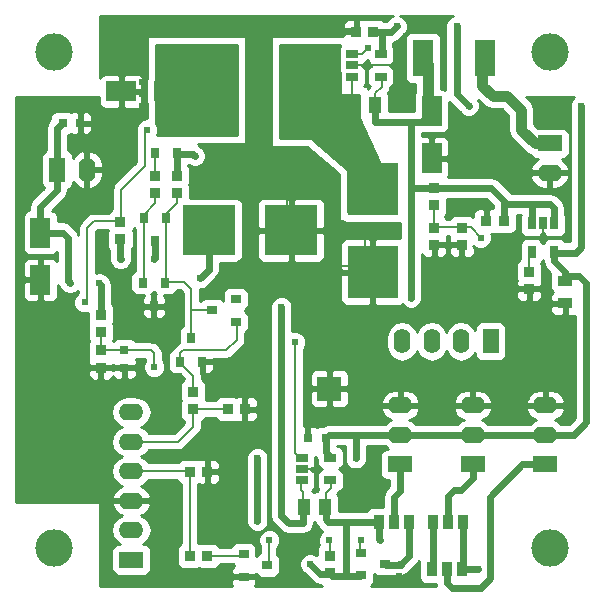
<source format=gtl>
G04 (created by PCBNEW (2013-jul-07)-stable) date Mon 11 May 2015 11:07:11 AM PDT*
%MOIN*%
G04 Gerber Fmt 3.4, Leading zero omitted, Abs format*
%FSLAX34Y34*%
G01*
G70*
G90*
G04 APERTURE LIST*
%ADD10C,0.006*%
%ADD11R,0.0669291X0.0984252*%
%ADD12R,0.0984252X0.0669291*%
%ADD13R,0.0433071X0.0551181*%
%ADD14R,0.0393701X0.0275591*%
%ADD15R,0.0275591X0.0393701*%
%ADD16R,0.0374016X0.0374016*%
%ADD17O,0.0787402X0.295276*%
%ADD18R,0.0700787X0.124016*%
%ADD19R,0.0314961X0.0314961*%
%ADD20R,0.0551181X0.0826772*%
%ADD21O,0.0551181X0.0826772*%
%ADD22R,0.0314961X0.0354331*%
%ADD23R,0.0354331X0.0314961*%
%ADD24R,0.038X0.05*%
%ADD25R,0.0826772X0.0551181*%
%ADD26O,0.0826772X0.0551181*%
%ADD27R,0.08X0.08*%
%ADD28R,0.165354X0.177165*%
%ADD29R,0.177165X0.165354*%
%ADD30R,0.0511811X0.0354331*%
%ADD31C,0.125*%
%ADD32C,0.024*%
%ADD33C,0.024*%
%ADD34C,0.008*%
%ADD35C,0.036*%
%ADD36C,0.01*%
G04 APERTURE END LIST*
G54D10*
G54D11*
X73963Y-54449D03*
X73963Y-52874D03*
X87011Y-50395D03*
X87011Y-48820D03*
G54D12*
X76670Y-48163D03*
X78245Y-48163D03*
G54D13*
X84415Y-48623D03*
X85104Y-48623D03*
G54D14*
X84367Y-46925D03*
X84367Y-47674D03*
X85312Y-46925D03*
X84367Y-47300D03*
X85312Y-47674D03*
X82687Y-60385D03*
X82687Y-61134D03*
X83632Y-60385D03*
X82687Y-60760D03*
X83632Y-61134D03*
G54D13*
X82755Y-62023D03*
X83444Y-62023D03*
G54D15*
X91094Y-52567D03*
X90345Y-52567D03*
X91094Y-53512D03*
X90720Y-52567D03*
X90345Y-53512D03*
G54D16*
X90256Y-54174D03*
X90256Y-54745D03*
X89405Y-52496D03*
X88834Y-52496D03*
G54D17*
X80098Y-48083D03*
X82461Y-48083D03*
G54D18*
X86718Y-47043D03*
X88777Y-47043D03*
G54D16*
X85065Y-46176D03*
X84494Y-46176D03*
G54D19*
X74704Y-49223D03*
X75295Y-49223D03*
G54D20*
X74527Y-50780D03*
G54D21*
X75512Y-50780D03*
G54D22*
X78148Y-49430D03*
X78522Y-50217D03*
X77774Y-50217D03*
X77791Y-53169D03*
X77417Y-52382D03*
X78165Y-52382D03*
X77751Y-55329D03*
X77377Y-54542D03*
X78125Y-54542D03*
G54D23*
X79690Y-55471D03*
X80477Y-55097D03*
X80477Y-55845D03*
G54D22*
X78988Y-56390D03*
X79362Y-57177D03*
X78614Y-57177D03*
G54D23*
X85449Y-63928D03*
X84662Y-64302D03*
X84662Y-63554D03*
G54D24*
X85260Y-62520D03*
X85760Y-62520D03*
X86260Y-62520D03*
X87040Y-62520D03*
X87540Y-62520D03*
X88040Y-62520D03*
X87020Y-64080D03*
X87520Y-64080D03*
X88020Y-64080D03*
G54D23*
X81529Y-63968D03*
X80742Y-64342D03*
X80742Y-63594D03*
G54D25*
X85960Y-60604D03*
G54D26*
X85960Y-58635D03*
X85960Y-59620D03*
G54D25*
X88380Y-60604D03*
G54D26*
X88380Y-58635D03*
X88380Y-59620D03*
G54D25*
X90800Y-60604D03*
G54D26*
X90800Y-58635D03*
X90800Y-59620D03*
G54D21*
X87992Y-56500D03*
X87007Y-56500D03*
G54D20*
X88976Y-56500D03*
G54D21*
X86023Y-56500D03*
G54D26*
X77000Y-62796D03*
X77000Y-61812D03*
G54D25*
X77000Y-63780D03*
G54D26*
X77000Y-60827D03*
X77000Y-59843D03*
X77000Y-58859D03*
G54D25*
X90944Y-49901D03*
G54D26*
X90944Y-50885D03*
G54D27*
X83600Y-58080D03*
G54D28*
X85043Y-51433D03*
X85043Y-54189D03*
G54D29*
X79573Y-52796D03*
X82329Y-52796D03*
G54D16*
X78516Y-50994D03*
X78516Y-51565D03*
X77796Y-50994D03*
X77796Y-51565D03*
X76636Y-52514D03*
X76636Y-53085D03*
X87096Y-51394D03*
X87096Y-51965D03*
X87096Y-52714D03*
X87096Y-53285D03*
X88016Y-52714D03*
X88016Y-53285D03*
X75980Y-55620D03*
X75980Y-56190D03*
X75980Y-56801D03*
X75980Y-57372D03*
G54D19*
X76767Y-56791D03*
X76767Y-57381D03*
G54D16*
X79063Y-58745D03*
X79063Y-58174D03*
X80214Y-58763D03*
X80785Y-58763D03*
X78954Y-60843D03*
X79525Y-60843D03*
G54D19*
X83475Y-59716D03*
X82884Y-59716D03*
G54D16*
X83623Y-64225D03*
X83623Y-63654D03*
X78954Y-63643D03*
X79525Y-63643D03*
G54D30*
X91456Y-54485D03*
X91456Y-55235D03*
G54D31*
X74409Y-46850D03*
X90944Y-46850D03*
X90944Y-63385D03*
X74409Y-63385D03*
G54D32*
X81200Y-62480D03*
X81200Y-60400D03*
X84480Y-60400D03*
X85840Y-46000D03*
X87840Y-46000D03*
X88240Y-48640D03*
X92000Y-48640D03*
X86320Y-55040D03*
X82000Y-55360D03*
X84880Y-46720D03*
X82460Y-56520D03*
X74960Y-54560D03*
X75920Y-54560D03*
X79280Y-54400D03*
X77760Y-53760D03*
X76640Y-53760D03*
X79120Y-50320D03*
X88640Y-53040D03*
X77760Y-57360D03*
X82960Y-63920D03*
X87040Y-63120D03*
X85280Y-63120D03*
X88560Y-64080D03*
X86000Y-63920D03*
X79280Y-63120D03*
X80960Y-50636D03*
X77280Y-57440D03*
X75840Y-49200D03*
X73326Y-53641D03*
X73326Y-52263D03*
X73520Y-50800D03*
X73520Y-48640D03*
X75600Y-48640D03*
X76240Y-46800D03*
X77280Y-46080D03*
X79360Y-46080D03*
X81600Y-46080D03*
X84000Y-46080D03*
X88800Y-51900D03*
X88800Y-49760D03*
X90240Y-55360D03*
X91440Y-56240D03*
X90720Y-53120D03*
X88400Y-50400D03*
X83220Y-60780D03*
X84640Y-61200D03*
X84880Y-47280D03*
X86000Y-47280D03*
X83840Y-54400D03*
X83840Y-53600D03*
X83840Y-54000D03*
X82640Y-51600D03*
X81600Y-51600D03*
X82160Y-51600D03*
X81360Y-58720D03*
X81360Y-56000D03*
X80160Y-64320D03*
X85920Y-64320D03*
X73917Y-55314D03*
X74311Y-55314D03*
X73523Y-55314D03*
X75440Y-61440D03*
X73520Y-61440D03*
X73520Y-59840D03*
X73520Y-58320D03*
X73520Y-56720D03*
X80080Y-60800D03*
X79600Y-57760D03*
X77760Y-55920D03*
X77360Y-48640D03*
X77360Y-47840D03*
X77360Y-48240D03*
X87120Y-53840D03*
X81200Y-48160D03*
X85200Y-52800D03*
X84400Y-52800D03*
X84800Y-52800D03*
X80960Y-53200D03*
X80960Y-52480D03*
X80960Y-52800D03*
X81600Y-63120D03*
X83600Y-63120D03*
X84640Y-63120D03*
X75440Y-55200D03*
X77520Y-49440D03*
G54D33*
X81200Y-62480D02*
X81200Y-60400D01*
X84480Y-59620D02*
X84480Y-60400D01*
X83476Y-60201D02*
X83660Y-60385D01*
X85960Y-59620D02*
X84480Y-59620D01*
X91740Y-59620D02*
X90800Y-59620D01*
X92160Y-59200D02*
X91740Y-59620D01*
X92160Y-54560D02*
X92160Y-59200D01*
X90800Y-59620D02*
X88380Y-59620D01*
X88380Y-59620D02*
X85960Y-59620D01*
X91095Y-53815D02*
X91095Y-53540D01*
X85340Y-46925D02*
X85340Y-46180D01*
X91095Y-53540D02*
X91820Y-53540D01*
X85660Y-46180D02*
X85340Y-46180D01*
X85840Y-46000D02*
X85660Y-46180D01*
X87840Y-48240D02*
X87840Y-46000D01*
X88240Y-48640D02*
X87840Y-48240D01*
X92000Y-53360D02*
X92000Y-48640D01*
X91820Y-53540D02*
X92000Y-53360D01*
X91460Y-54310D02*
X91910Y-54310D01*
X91910Y-54310D02*
X92160Y-54560D01*
X91460Y-54310D02*
X91460Y-54180D01*
X91460Y-54180D02*
X91095Y-53815D01*
X85340Y-46180D02*
X85076Y-46180D01*
X83476Y-59720D02*
X83476Y-60201D01*
X84480Y-59620D02*
X83576Y-59620D01*
X83576Y-59620D02*
X83476Y-59720D01*
X87100Y-51380D02*
X86320Y-51380D01*
X86320Y-55040D02*
X86320Y-51380D01*
G54D34*
X82660Y-61135D02*
X82660Y-61460D01*
X82725Y-61525D02*
X82725Y-62020D01*
X82660Y-61460D02*
X82725Y-61525D01*
G54D33*
X82725Y-62560D02*
X82240Y-62560D01*
X82000Y-55360D02*
X82000Y-61120D01*
X82000Y-62320D02*
X82000Y-61120D01*
X82240Y-62560D02*
X82000Y-62320D01*
X82725Y-62560D02*
X82725Y-62020D01*
X86320Y-51380D02*
X86320Y-49200D01*
G54D34*
X85340Y-47675D02*
X85340Y-48020D01*
X85135Y-48225D02*
X85135Y-48620D01*
X85340Y-48020D02*
X85135Y-48225D01*
G54D33*
X85135Y-49200D02*
X86320Y-49200D01*
X86320Y-49200D02*
X86666Y-49200D01*
X86666Y-49200D02*
X87007Y-48858D01*
X85135Y-48620D02*
X85135Y-49200D01*
X90345Y-52540D02*
X90345Y-51920D01*
X91095Y-52540D02*
X91095Y-52055D01*
X90960Y-51920D02*
X90345Y-51920D01*
X90345Y-51920D02*
X89416Y-51920D01*
X91095Y-52055D02*
X90960Y-51920D01*
X87100Y-51380D02*
X88980Y-51380D01*
X89416Y-51816D02*
X89416Y-51920D01*
X88980Y-51380D02*
X89416Y-51816D01*
G54D35*
X86895Y-47244D02*
X86895Y-48745D01*
X86895Y-48745D02*
X87007Y-48858D01*
G54D33*
X89416Y-51920D02*
X89416Y-52500D01*
G54D34*
X84340Y-47675D02*
X84340Y-48575D01*
X84340Y-48575D02*
X84385Y-48620D01*
X84340Y-46925D02*
X84675Y-46925D01*
X84675Y-46925D02*
X84880Y-46720D01*
X82625Y-60385D02*
X82660Y-60385D01*
X82460Y-60220D02*
X82625Y-60385D01*
X82460Y-56520D02*
X82460Y-60220D01*
X77000Y-60827D02*
X78927Y-60827D01*
X78927Y-60827D02*
X78940Y-60840D01*
X78940Y-63640D02*
X78940Y-60840D01*
G54D33*
X74714Y-52874D02*
X73963Y-52874D01*
X74880Y-53040D02*
X74714Y-52874D01*
X74880Y-54480D02*
X74880Y-53040D01*
X74960Y-54560D02*
X74880Y-54480D01*
X79573Y-52796D02*
X79573Y-54106D01*
X75980Y-54620D02*
X75980Y-55620D01*
X75920Y-54560D02*
X75980Y-54620D01*
X79573Y-54106D02*
X79280Y-54400D01*
X74527Y-50780D02*
X74527Y-51456D01*
X74527Y-51456D02*
X73963Y-52020D01*
X73963Y-52020D02*
X73963Y-52874D01*
X79520Y-52849D02*
X79573Y-52796D01*
X74527Y-50780D02*
X74527Y-49396D01*
X74527Y-49396D02*
X74704Y-49220D01*
X76636Y-53085D02*
X76636Y-53756D01*
X77791Y-53728D02*
X77791Y-53169D01*
X77760Y-53760D02*
X77791Y-53728D01*
X76636Y-53756D02*
X76640Y-53760D01*
X78522Y-50217D02*
X78522Y-50988D01*
X78522Y-50988D02*
X78516Y-50994D01*
X78544Y-50240D02*
X78522Y-50217D01*
X79120Y-50320D02*
X79040Y-50240D01*
X79040Y-50240D02*
X78544Y-50240D01*
G54D34*
X77000Y-59843D02*
X78556Y-59843D01*
X79060Y-59340D02*
X79060Y-58760D01*
X78556Y-59843D02*
X79060Y-59340D01*
X80200Y-58760D02*
X79060Y-58760D01*
X87100Y-51980D02*
X87100Y-52700D01*
X87100Y-52700D02*
X87104Y-52704D01*
X87104Y-52704D02*
X87600Y-52704D01*
X88304Y-52704D02*
X88640Y-53040D01*
X88020Y-52704D02*
X88304Y-52704D01*
X87600Y-52704D02*
X88020Y-52704D01*
X75984Y-56786D02*
X75984Y-56205D01*
X75984Y-56786D02*
X76767Y-56786D01*
X76767Y-56786D02*
X76771Y-56790D01*
X77670Y-56790D02*
X76771Y-56790D01*
X77760Y-56880D02*
X77670Y-56790D01*
X77760Y-57360D02*
X77760Y-56880D01*
G54D33*
X83695Y-64315D02*
X83620Y-64240D01*
X83695Y-64315D02*
X84160Y-64315D01*
X82960Y-63920D02*
X83280Y-64240D01*
X83280Y-64240D02*
X83620Y-64240D01*
G54D34*
X83660Y-61135D02*
X83660Y-61380D01*
X83475Y-61565D02*
X83475Y-62020D01*
X83660Y-61380D02*
X83475Y-61565D01*
G54D33*
X84000Y-62520D02*
X83560Y-62520D01*
X83475Y-62435D02*
X83475Y-62020D01*
X83560Y-62520D02*
X83475Y-62435D01*
X84160Y-64315D02*
X84160Y-62520D01*
X85260Y-62520D02*
X85260Y-63100D01*
X85260Y-63100D02*
X85280Y-63120D01*
X85260Y-62520D02*
X84160Y-62520D01*
X84160Y-62520D02*
X84000Y-62520D01*
X84000Y-62520D02*
X83975Y-62520D01*
X84627Y-64315D02*
X84160Y-64315D01*
X87040Y-62520D02*
X87040Y-63120D01*
X87040Y-63120D02*
X87040Y-64060D01*
X87040Y-64060D02*
X87020Y-64080D01*
X85960Y-60604D02*
X85960Y-61480D01*
X85760Y-61680D02*
X85760Y-62520D01*
X85960Y-61480D02*
X85760Y-61680D01*
X88380Y-60604D02*
X88380Y-61060D01*
X87540Y-61660D02*
X87540Y-62520D01*
X87760Y-61440D02*
X87540Y-61660D01*
X88000Y-61440D02*
X87760Y-61440D01*
X88380Y-61060D02*
X88000Y-61440D01*
X87520Y-64080D02*
X87520Y-64560D01*
X90035Y-60604D02*
X90800Y-60604D01*
X88960Y-61680D02*
X90035Y-60604D01*
X88960Y-64400D02*
X88960Y-61680D01*
X88640Y-64720D02*
X88960Y-64400D01*
X87680Y-64720D02*
X88640Y-64720D01*
X87520Y-64560D02*
X87680Y-64720D01*
X86260Y-62520D02*
X86260Y-63660D01*
X86260Y-63660D02*
X86000Y-63920D01*
X85493Y-63940D02*
X85980Y-63940D01*
X88560Y-64080D02*
X88020Y-64080D01*
X85980Y-63940D02*
X86000Y-63920D01*
X88040Y-62520D02*
X88040Y-64060D01*
X88040Y-64060D02*
X88020Y-64080D01*
G54D34*
X80960Y-50636D02*
X80960Y-50640D01*
X76771Y-57382D02*
X77222Y-57382D01*
X77222Y-57382D02*
X77280Y-57440D01*
X75296Y-49220D02*
X75820Y-49220D01*
X75820Y-49220D02*
X75840Y-49200D01*
X84484Y-46180D02*
X84384Y-46080D01*
X73520Y-50800D02*
X73326Y-52263D01*
X75600Y-48640D02*
X73520Y-48640D01*
X76960Y-46080D02*
X76240Y-46800D01*
X77280Y-46080D02*
X76960Y-46080D01*
X81600Y-46080D02*
X79360Y-46080D01*
X84384Y-46080D02*
X84000Y-46080D01*
X88824Y-51924D02*
X88800Y-51900D01*
X88824Y-51924D02*
X88824Y-52500D01*
X90260Y-54756D02*
X90260Y-55340D01*
X90260Y-55340D02*
X90240Y-55360D01*
X91460Y-55410D02*
X91460Y-56220D01*
X91460Y-56220D02*
X91440Y-56240D01*
X90720Y-52567D02*
X90720Y-53120D01*
X87011Y-50395D02*
X87011Y-50828D01*
X87011Y-50828D02*
X86983Y-50800D01*
X87011Y-50395D02*
X88395Y-50395D01*
X88395Y-50395D02*
X88400Y-50400D01*
X83200Y-60760D02*
X83220Y-60780D01*
X82660Y-60760D02*
X83200Y-60760D01*
X86000Y-47280D02*
X84880Y-47280D01*
X84860Y-47300D02*
X84880Y-47280D01*
X84860Y-47300D02*
X84340Y-47300D01*
X84780Y-54060D02*
X84720Y-54000D01*
X83840Y-53600D02*
X83840Y-54400D01*
X84720Y-54000D02*
X83840Y-54000D01*
X82220Y-52800D02*
X82240Y-52780D01*
X81600Y-51600D02*
X82640Y-51600D01*
X82240Y-52780D02*
X82160Y-51600D01*
X81360Y-56000D02*
X81360Y-58720D01*
X81320Y-58760D02*
X81360Y-58720D01*
X81320Y-58760D02*
X80800Y-58760D01*
X80672Y-64320D02*
X80160Y-64320D01*
X80672Y-64320D02*
X80707Y-64355D01*
X73523Y-55314D02*
X73520Y-56720D01*
X73957Y-55274D02*
X73917Y-55314D01*
X74311Y-55314D02*
X73523Y-55314D01*
X73960Y-54408D02*
X73957Y-55274D01*
X73520Y-61440D02*
X75440Y-61440D01*
X73520Y-58320D02*
X73520Y-59840D01*
X79540Y-60840D02*
X80040Y-60840D01*
X80040Y-60840D02*
X80080Y-60800D01*
X79375Y-57213D02*
X79375Y-57535D01*
X79375Y-57535D02*
X79600Y-57760D01*
X76771Y-57382D02*
X75988Y-57382D01*
X75988Y-57382D02*
X75984Y-57386D01*
X77740Y-55373D02*
X77740Y-55900D01*
X77740Y-55900D02*
X77760Y-55920D01*
X76712Y-48160D02*
X77280Y-48160D01*
X77360Y-47840D02*
X77360Y-48640D01*
X77280Y-48160D02*
X77360Y-48240D01*
X88020Y-53296D02*
X87104Y-53296D01*
X87120Y-53312D02*
X87120Y-53840D01*
X87104Y-53296D02*
X87120Y-53312D01*
X84780Y-54060D02*
X84780Y-52820D01*
X84400Y-52800D02*
X85200Y-52800D01*
X84780Y-52820D02*
X84800Y-52800D01*
X82220Y-52800D02*
X80960Y-52800D01*
X80960Y-52480D02*
X80960Y-53200D01*
X90260Y-54164D02*
X90260Y-53625D01*
X90260Y-53625D02*
X90345Y-53540D01*
X77405Y-52347D02*
X77405Y-52275D01*
X77800Y-51880D02*
X77800Y-51580D01*
X77405Y-52275D02*
X77800Y-51880D01*
X77405Y-52347D02*
X77405Y-54467D01*
X77405Y-54467D02*
X77365Y-54507D01*
X77800Y-50980D02*
X77800Y-50268D01*
X77800Y-50268D02*
X77785Y-50253D01*
X81573Y-63980D02*
X81573Y-63147D01*
X81573Y-63147D02*
X81600Y-63120D01*
X84627Y-63565D02*
X84627Y-63133D01*
X83620Y-63140D02*
X83620Y-63640D01*
X83600Y-63120D02*
X83620Y-63140D01*
X84627Y-63133D02*
X84640Y-63120D01*
X79540Y-63640D02*
X80672Y-63640D01*
X80672Y-63640D02*
X80707Y-63605D01*
X75740Y-52500D02*
X76640Y-52500D01*
X75520Y-52720D02*
X75740Y-52500D01*
X75520Y-55120D02*
X75520Y-52720D01*
X75440Y-55200D02*
X75520Y-55120D01*
X76640Y-51440D02*
X76640Y-52480D01*
X77440Y-50640D02*
X76640Y-51440D01*
X77440Y-49520D02*
X77440Y-50640D01*
X77520Y-49440D02*
X77440Y-49520D01*
G54D35*
X90944Y-49901D02*
X90461Y-49901D01*
X88695Y-47975D02*
X88695Y-47244D01*
X89040Y-48320D02*
X88695Y-47975D01*
X89520Y-48320D02*
X89040Y-48320D01*
X90000Y-48800D02*
X89520Y-48320D01*
X90000Y-49440D02*
X90000Y-48800D01*
X90461Y-49901D02*
X90000Y-49440D01*
G54D34*
X80513Y-55835D02*
X80513Y-56447D01*
X78625Y-56895D02*
X78625Y-57213D01*
X78720Y-56800D02*
X78625Y-56895D01*
X80160Y-56800D02*
X78720Y-56800D01*
X80513Y-56447D02*
X80160Y-56800D01*
X79060Y-58160D02*
X79060Y-57648D01*
X79060Y-57648D02*
X78625Y-57213D01*
X78155Y-52347D02*
X78155Y-52245D01*
X78520Y-51880D02*
X78520Y-51580D01*
X78155Y-52245D02*
X78520Y-51880D01*
X79647Y-55460D02*
X79000Y-55460D01*
X78115Y-54507D02*
X78747Y-54507D01*
X79000Y-54760D02*
X79000Y-55460D01*
X79000Y-55460D02*
X79000Y-56347D01*
X78747Y-54507D02*
X79000Y-54760D01*
X78155Y-52347D02*
X78155Y-54467D01*
X78155Y-54467D02*
X78115Y-54507D01*
G54D10*
G36*
X80510Y-49630D02*
X77841Y-49630D01*
X77889Y-49513D01*
X77890Y-49366D01*
X77833Y-49230D01*
X77810Y-49206D01*
X77810Y-46610D01*
X80510Y-46610D01*
X80510Y-49630D01*
X80510Y-49630D01*
G37*
G54D36*
X80510Y-49630D02*
X77841Y-49630D01*
X77889Y-49513D01*
X77890Y-49366D01*
X77833Y-49230D01*
X77810Y-49206D01*
X77810Y-46610D01*
X80510Y-46610D01*
X80510Y-49630D01*
G54D10*
G36*
X83352Y-60760D02*
X83294Y-60784D01*
X83223Y-60854D01*
X83185Y-60946D01*
X83185Y-61045D01*
X83185Y-61321D01*
X83223Y-61413D01*
X83229Y-61419D01*
X83207Y-61454D01*
X83198Y-61498D01*
X83178Y-61498D01*
X83099Y-61530D01*
X83021Y-61498D01*
X83009Y-61498D01*
X83008Y-61491D01*
X83025Y-61483D01*
X83096Y-61413D01*
X83134Y-61321D01*
X83134Y-61222D01*
X83134Y-60947D01*
X83134Y-60946D01*
X83134Y-60946D01*
X83134Y-60872D01*
X83071Y-60810D01*
X83051Y-60810D01*
X83026Y-60784D01*
X82967Y-60759D01*
X83025Y-60735D01*
X83051Y-60710D01*
X83071Y-60710D01*
X83134Y-60647D01*
X83134Y-60572D01*
X83134Y-60572D01*
X83134Y-60474D01*
X83134Y-60343D01*
X83185Y-60419D01*
X83185Y-60573D01*
X83223Y-60665D01*
X83293Y-60735D01*
X83352Y-60760D01*
X83352Y-60760D01*
G37*
G54D36*
X83352Y-60760D02*
X83294Y-60784D01*
X83223Y-60854D01*
X83185Y-60946D01*
X83185Y-61045D01*
X83185Y-61321D01*
X83223Y-61413D01*
X83229Y-61419D01*
X83207Y-61454D01*
X83198Y-61498D01*
X83178Y-61498D01*
X83099Y-61530D01*
X83021Y-61498D01*
X83009Y-61498D01*
X83008Y-61491D01*
X83025Y-61483D01*
X83096Y-61413D01*
X83134Y-61321D01*
X83134Y-61222D01*
X83134Y-60947D01*
X83134Y-60946D01*
X83134Y-60946D01*
X83134Y-60872D01*
X83071Y-60810D01*
X83051Y-60810D01*
X83026Y-60784D01*
X82967Y-60759D01*
X83025Y-60735D01*
X83051Y-60710D01*
X83071Y-60710D01*
X83134Y-60647D01*
X83134Y-60572D01*
X83134Y-60572D01*
X83134Y-60474D01*
X83134Y-60343D01*
X83185Y-60419D01*
X83185Y-60573D01*
X83223Y-60665D01*
X83293Y-60735D01*
X83352Y-60760D01*
G54D10*
G36*
X85032Y-47300D02*
X84974Y-47324D01*
X84903Y-47394D01*
X84865Y-47486D01*
X84865Y-47585D01*
X84865Y-47861D01*
X84903Y-47953D01*
X84950Y-47999D01*
X84929Y-48019D01*
X84890Y-48079D01*
X84890Y-47990D01*
X84739Y-47990D01*
X84776Y-47953D01*
X84814Y-47861D01*
X84814Y-47762D01*
X84814Y-47487D01*
X84814Y-47486D01*
X84814Y-47486D01*
X84814Y-47412D01*
X84751Y-47350D01*
X84731Y-47350D01*
X84706Y-47324D01*
X84647Y-47299D01*
X84705Y-47275D01*
X84731Y-47250D01*
X84751Y-47250D01*
X84814Y-47187D01*
X84814Y-47173D01*
X84874Y-47134D01*
X84903Y-47205D01*
X84973Y-47275D01*
X85032Y-47300D01*
X85032Y-47300D01*
G37*
G54D36*
X85032Y-47300D02*
X84974Y-47324D01*
X84903Y-47394D01*
X84865Y-47486D01*
X84865Y-47585D01*
X84865Y-47861D01*
X84903Y-47953D01*
X84950Y-47999D01*
X84929Y-48019D01*
X84890Y-48079D01*
X84890Y-47990D01*
X84739Y-47990D01*
X84776Y-47953D01*
X84814Y-47861D01*
X84814Y-47762D01*
X84814Y-47487D01*
X84814Y-47486D01*
X84814Y-47486D01*
X84814Y-47412D01*
X84751Y-47350D01*
X84731Y-47350D01*
X84706Y-47324D01*
X84647Y-47299D01*
X84705Y-47275D01*
X84731Y-47250D01*
X84751Y-47250D01*
X84814Y-47187D01*
X84814Y-47173D01*
X84874Y-47134D01*
X84903Y-47205D01*
X84973Y-47275D01*
X85032Y-47300D01*
G54D10*
G36*
X85590Y-61326D02*
X85498Y-61418D01*
X85418Y-61538D01*
X85390Y-61680D01*
X85390Y-62019D01*
X85020Y-62019D01*
X84928Y-62057D01*
X84858Y-62128D01*
X84849Y-62150D01*
X84160Y-62150D01*
X84000Y-62150D01*
X83975Y-62150D01*
X83911Y-62150D01*
X83911Y-61698D01*
X83873Y-61606D01*
X83858Y-61591D01*
X83865Y-61585D01*
X83865Y-61585D01*
X83865Y-61585D01*
X83918Y-61505D01*
X83918Y-61505D01*
X83970Y-61483D01*
X84041Y-61413D01*
X84079Y-61321D01*
X84079Y-61222D01*
X84079Y-60946D01*
X84041Y-60854D01*
X83971Y-60784D01*
X83912Y-60759D01*
X83970Y-60735D01*
X84041Y-60665D01*
X84079Y-60573D01*
X84079Y-60474D01*
X84079Y-60198D01*
X84041Y-60106D01*
X83971Y-60036D01*
X83879Y-59998D01*
X83851Y-59998D01*
X83855Y-59990D01*
X84110Y-59990D01*
X84110Y-60399D01*
X84109Y-60473D01*
X84166Y-60609D01*
X84218Y-60661D01*
X84270Y-60713D01*
X84338Y-60741D01*
X84406Y-60769D01*
X84480Y-60770D01*
X84553Y-60770D01*
X84621Y-60741D01*
X84689Y-60713D01*
X84741Y-60661D01*
X84793Y-60609D01*
X84821Y-60541D01*
X84849Y-60473D01*
X84850Y-60400D01*
X84850Y-60326D01*
X84850Y-60326D01*
X84850Y-59990D01*
X85436Y-59990D01*
X85437Y-59991D01*
X85567Y-60078D01*
X85497Y-60078D01*
X85405Y-60116D01*
X85334Y-60186D01*
X85296Y-60278D01*
X85296Y-60378D01*
X85296Y-60929D01*
X85334Y-61021D01*
X85404Y-61091D01*
X85496Y-61129D01*
X85590Y-61129D01*
X85590Y-61326D01*
X85590Y-61326D01*
G37*
G54D36*
X85590Y-61326D02*
X85498Y-61418D01*
X85418Y-61538D01*
X85390Y-61680D01*
X85390Y-62019D01*
X85020Y-62019D01*
X84928Y-62057D01*
X84858Y-62128D01*
X84849Y-62150D01*
X84160Y-62150D01*
X84000Y-62150D01*
X83975Y-62150D01*
X83911Y-62150D01*
X83911Y-61698D01*
X83873Y-61606D01*
X83858Y-61591D01*
X83865Y-61585D01*
X83865Y-61585D01*
X83865Y-61585D01*
X83918Y-61505D01*
X83918Y-61505D01*
X83970Y-61483D01*
X84041Y-61413D01*
X84079Y-61321D01*
X84079Y-61222D01*
X84079Y-60946D01*
X84041Y-60854D01*
X83971Y-60784D01*
X83912Y-60759D01*
X83970Y-60735D01*
X84041Y-60665D01*
X84079Y-60573D01*
X84079Y-60474D01*
X84079Y-60198D01*
X84041Y-60106D01*
X83971Y-60036D01*
X83879Y-59998D01*
X83851Y-59998D01*
X83855Y-59990D01*
X84110Y-59990D01*
X84110Y-60399D01*
X84109Y-60473D01*
X84166Y-60609D01*
X84218Y-60661D01*
X84270Y-60713D01*
X84338Y-60741D01*
X84406Y-60769D01*
X84480Y-60770D01*
X84553Y-60770D01*
X84621Y-60741D01*
X84689Y-60713D01*
X84741Y-60661D01*
X84793Y-60609D01*
X84821Y-60541D01*
X84849Y-60473D01*
X84850Y-60400D01*
X84850Y-60326D01*
X84850Y-60326D01*
X84850Y-59990D01*
X85436Y-59990D01*
X85437Y-59991D01*
X85567Y-60078D01*
X85497Y-60078D01*
X85405Y-60116D01*
X85334Y-60186D01*
X85296Y-60278D01*
X85296Y-60378D01*
X85296Y-60929D01*
X85334Y-61021D01*
X85404Y-61091D01*
X85496Y-61129D01*
X85590Y-61129D01*
X85590Y-61326D01*
G54D10*
G36*
X87167Y-64650D02*
X85002Y-64650D01*
X85051Y-64601D01*
X85089Y-64509D01*
X85089Y-64410D01*
X85089Y-64256D01*
X85130Y-64297D01*
X85222Y-64335D01*
X85322Y-64335D01*
X85676Y-64335D01*
X85738Y-64310D01*
X85980Y-64310D01*
X86121Y-64281D01*
X86167Y-64251D01*
X86209Y-64233D01*
X86241Y-64201D01*
X86241Y-64201D01*
X86261Y-64181D01*
X86261Y-64181D01*
X86313Y-64129D01*
X86313Y-64129D01*
X86521Y-63921D01*
X86579Y-63834D01*
X86579Y-63879D01*
X86579Y-64379D01*
X86617Y-64471D01*
X86688Y-64541D01*
X86780Y-64579D01*
X86879Y-64580D01*
X87153Y-64580D01*
X87167Y-64650D01*
X87167Y-64650D01*
G37*
G54D36*
X87167Y-64650D02*
X85002Y-64650D01*
X85051Y-64601D01*
X85089Y-64509D01*
X85089Y-64410D01*
X85089Y-64256D01*
X85130Y-64297D01*
X85222Y-64335D01*
X85322Y-64335D01*
X85676Y-64335D01*
X85738Y-64310D01*
X85980Y-64310D01*
X86121Y-64281D01*
X86167Y-64251D01*
X86209Y-64233D01*
X86241Y-64201D01*
X86241Y-64201D01*
X86261Y-64181D01*
X86261Y-64181D01*
X86313Y-64129D01*
X86313Y-64129D01*
X86521Y-63921D01*
X86579Y-63834D01*
X86579Y-63879D01*
X86579Y-64379D01*
X86617Y-64471D01*
X86688Y-64541D01*
X86780Y-64579D01*
X86879Y-64580D01*
X87153Y-64580D01*
X87167Y-64650D01*
G54D10*
G36*
X87718Y-45650D02*
X87630Y-45686D01*
X87526Y-45790D01*
X87470Y-45926D01*
X87469Y-46073D01*
X87470Y-46073D01*
X87470Y-48109D01*
X87396Y-48078D01*
X87325Y-48078D01*
X87325Y-47244D01*
X87319Y-47213D01*
X87319Y-46374D01*
X87281Y-46282D01*
X87210Y-46212D01*
X87119Y-46173D01*
X87019Y-46173D01*
X86318Y-46173D01*
X86226Y-46211D01*
X86156Y-46282D01*
X86118Y-46373D01*
X86118Y-46473D01*
X86118Y-47713D01*
X86156Y-47805D01*
X86226Y-47875D01*
X86318Y-47913D01*
X86417Y-47914D01*
X86465Y-47914D01*
X86465Y-48187D01*
X86427Y-48278D01*
X86427Y-48378D01*
X86427Y-48830D01*
X86320Y-48830D01*
X85571Y-48830D01*
X85571Y-48298D01*
X85541Y-48228D01*
X85545Y-48225D01*
X85607Y-48130D01*
X85627Y-48033D01*
X85650Y-48023D01*
X85721Y-47953D01*
X85759Y-47861D01*
X85759Y-47762D01*
X85759Y-47486D01*
X85721Y-47394D01*
X85651Y-47324D01*
X85592Y-47299D01*
X85650Y-47275D01*
X85721Y-47205D01*
X85759Y-47113D01*
X85759Y-47014D01*
X85759Y-46738D01*
X85721Y-46646D01*
X85710Y-46635D01*
X85710Y-46540D01*
X85801Y-46521D01*
X85921Y-46441D01*
X86101Y-46261D01*
X86101Y-46261D01*
X86153Y-46209D01*
X86181Y-46141D01*
X86209Y-46073D01*
X86210Y-46000D01*
X86210Y-45926D01*
X86181Y-45858D01*
X86153Y-45790D01*
X86101Y-45738D01*
X86049Y-45686D01*
X85961Y-45650D01*
X87718Y-45650D01*
X87718Y-45650D01*
G37*
G54D36*
X87718Y-45650D02*
X87630Y-45686D01*
X87526Y-45790D01*
X87470Y-45926D01*
X87469Y-46073D01*
X87470Y-46073D01*
X87470Y-48109D01*
X87396Y-48078D01*
X87325Y-48078D01*
X87325Y-47244D01*
X87319Y-47213D01*
X87319Y-46374D01*
X87281Y-46282D01*
X87210Y-46212D01*
X87119Y-46173D01*
X87019Y-46173D01*
X86318Y-46173D01*
X86226Y-46211D01*
X86156Y-46282D01*
X86118Y-46373D01*
X86118Y-46473D01*
X86118Y-47713D01*
X86156Y-47805D01*
X86226Y-47875D01*
X86318Y-47913D01*
X86417Y-47914D01*
X86465Y-47914D01*
X86465Y-48187D01*
X86427Y-48278D01*
X86427Y-48378D01*
X86427Y-48830D01*
X86320Y-48830D01*
X85571Y-48830D01*
X85571Y-48298D01*
X85541Y-48228D01*
X85545Y-48225D01*
X85607Y-48130D01*
X85627Y-48033D01*
X85650Y-48023D01*
X85721Y-47953D01*
X85759Y-47861D01*
X85759Y-47762D01*
X85759Y-47486D01*
X85721Y-47394D01*
X85651Y-47324D01*
X85592Y-47299D01*
X85650Y-47275D01*
X85721Y-47205D01*
X85759Y-47113D01*
X85759Y-47014D01*
X85759Y-46738D01*
X85721Y-46646D01*
X85710Y-46635D01*
X85710Y-46540D01*
X85801Y-46521D01*
X85921Y-46441D01*
X86101Y-46261D01*
X86101Y-46261D01*
X86153Y-46209D01*
X86181Y-46141D01*
X86209Y-46073D01*
X86210Y-46000D01*
X86210Y-45926D01*
X86181Y-45858D01*
X86153Y-45790D01*
X86101Y-45738D01*
X86049Y-45686D01*
X85961Y-45650D01*
X87718Y-45650D01*
G54D10*
G36*
X89046Y-52059D02*
X88947Y-52059D01*
X88884Y-52121D01*
X88884Y-52446D01*
X88892Y-52446D01*
X88892Y-52546D01*
X88884Y-52546D01*
X88884Y-52553D01*
X88784Y-52553D01*
X88784Y-52546D01*
X88776Y-52546D01*
X88776Y-52446D01*
X88784Y-52446D01*
X88784Y-52121D01*
X88722Y-52059D01*
X88598Y-52059D01*
X88506Y-52096D01*
X88435Y-52167D01*
X88397Y-52259D01*
X88397Y-52358D01*
X88397Y-52368D01*
X88344Y-52315D01*
X88253Y-52277D01*
X88153Y-52277D01*
X87779Y-52277D01*
X87687Y-52315D01*
X87617Y-52385D01*
X87605Y-52414D01*
X87600Y-52414D01*
X87506Y-52414D01*
X87495Y-52386D01*
X87449Y-52339D01*
X87494Y-52294D01*
X87533Y-52202D01*
X87533Y-52102D01*
X87533Y-51750D01*
X88826Y-51750D01*
X89046Y-51969D01*
X89046Y-52059D01*
X89046Y-52059D01*
G37*
G54D36*
X89046Y-52059D02*
X88947Y-52059D01*
X88884Y-52121D01*
X88884Y-52446D01*
X88892Y-52446D01*
X88892Y-52546D01*
X88884Y-52546D01*
X88884Y-52553D01*
X88784Y-52553D01*
X88784Y-52546D01*
X88776Y-52546D01*
X88776Y-52446D01*
X88784Y-52446D01*
X88784Y-52121D01*
X88722Y-52059D01*
X88598Y-52059D01*
X88506Y-52096D01*
X88435Y-52167D01*
X88397Y-52259D01*
X88397Y-52358D01*
X88397Y-52368D01*
X88344Y-52315D01*
X88253Y-52277D01*
X88153Y-52277D01*
X87779Y-52277D01*
X87687Y-52315D01*
X87617Y-52385D01*
X87605Y-52414D01*
X87600Y-52414D01*
X87506Y-52414D01*
X87495Y-52386D01*
X87449Y-52339D01*
X87494Y-52294D01*
X87533Y-52202D01*
X87533Y-52102D01*
X87533Y-51750D01*
X88826Y-51750D01*
X89046Y-51969D01*
X89046Y-52059D01*
G54D10*
G36*
X91790Y-59046D02*
X91586Y-59250D01*
X91323Y-59250D01*
X91322Y-59248D01*
X91151Y-59134D01*
X91107Y-59125D01*
X91185Y-59102D01*
X91344Y-58972D01*
X91442Y-58790D01*
X91446Y-58766D01*
X91446Y-58504D01*
X91442Y-58480D01*
X91406Y-58413D01*
X91406Y-55599D01*
X91406Y-55285D01*
X91012Y-55285D01*
X90950Y-55347D01*
X90950Y-55461D01*
X90988Y-55553D01*
X91058Y-55623D01*
X91150Y-55662D01*
X91249Y-55662D01*
X91343Y-55662D01*
X91406Y-55599D01*
X91406Y-58413D01*
X91344Y-58299D01*
X91185Y-58169D01*
X90987Y-58110D01*
X90850Y-58110D01*
X90850Y-58585D01*
X91398Y-58585D01*
X91446Y-58504D01*
X91446Y-58766D01*
X91398Y-58685D01*
X90850Y-58685D01*
X90850Y-58693D01*
X90750Y-58693D01*
X90750Y-58685D01*
X90750Y-58585D01*
X90750Y-58110D01*
X90693Y-58110D01*
X90693Y-54981D01*
X90693Y-54857D01*
X90630Y-54795D01*
X90306Y-54795D01*
X90306Y-55119D01*
X90368Y-55182D01*
X90393Y-55182D01*
X90493Y-55182D01*
X90584Y-55144D01*
X90655Y-55073D01*
X90693Y-54981D01*
X90693Y-58110D01*
X90612Y-58110D01*
X90414Y-58169D01*
X90255Y-58299D01*
X90206Y-58390D01*
X90206Y-55119D01*
X90206Y-54795D01*
X89881Y-54795D01*
X89819Y-54857D01*
X89819Y-54981D01*
X89856Y-55073D01*
X89927Y-55144D01*
X90019Y-55182D01*
X90118Y-55182D01*
X90143Y-55182D01*
X90206Y-55119D01*
X90206Y-58390D01*
X90157Y-58480D01*
X90153Y-58504D01*
X90201Y-58585D01*
X90750Y-58585D01*
X90750Y-58685D01*
X90201Y-58685D01*
X90153Y-58766D01*
X90157Y-58790D01*
X90255Y-58972D01*
X90414Y-59102D01*
X90492Y-59125D01*
X90448Y-59134D01*
X90277Y-59248D01*
X90276Y-59250D01*
X89502Y-59250D01*
X89502Y-56863D01*
X89502Y-56037D01*
X89464Y-55945D01*
X89393Y-55874D01*
X89301Y-55836D01*
X89202Y-55836D01*
X88651Y-55836D01*
X88559Y-55874D01*
X88488Y-55944D01*
X88453Y-56031D01*
X88450Y-56036D01*
X88450Y-56107D01*
X88363Y-55977D01*
X88193Y-55863D01*
X87992Y-55823D01*
X87966Y-55828D01*
X87966Y-53659D01*
X87966Y-53335D01*
X87641Y-53335D01*
X87579Y-53397D01*
X87579Y-53521D01*
X87616Y-53613D01*
X87687Y-53684D01*
X87779Y-53722D01*
X87878Y-53722D01*
X87903Y-53722D01*
X87966Y-53659D01*
X87966Y-55828D01*
X87790Y-55863D01*
X87620Y-55977D01*
X87533Y-56108D01*
X87533Y-53521D01*
X87533Y-53397D01*
X87470Y-53335D01*
X87146Y-53335D01*
X87146Y-53659D01*
X87208Y-53722D01*
X87233Y-53722D01*
X87333Y-53722D01*
X87424Y-53684D01*
X87495Y-53613D01*
X87533Y-53521D01*
X87533Y-56108D01*
X87506Y-56148D01*
X87500Y-56180D01*
X87493Y-56148D01*
X87379Y-55977D01*
X87209Y-55863D01*
X87007Y-55823D01*
X86806Y-55863D01*
X86636Y-55977D01*
X86522Y-56148D01*
X86515Y-56180D01*
X86509Y-56148D01*
X86395Y-55977D01*
X86224Y-55863D01*
X86023Y-55823D01*
X85822Y-55863D01*
X85651Y-55977D01*
X85538Y-56148D01*
X85498Y-56349D01*
X85498Y-56650D01*
X85538Y-56851D01*
X85651Y-57022D01*
X85822Y-57136D01*
X86023Y-57176D01*
X86224Y-57136D01*
X86395Y-57022D01*
X86509Y-56851D01*
X86515Y-56819D01*
X86522Y-56851D01*
X86636Y-57022D01*
X86806Y-57136D01*
X87007Y-57176D01*
X87209Y-57136D01*
X87379Y-57022D01*
X87493Y-56851D01*
X87500Y-56819D01*
X87506Y-56851D01*
X87620Y-57022D01*
X87790Y-57136D01*
X87992Y-57176D01*
X88193Y-57136D01*
X88363Y-57022D01*
X88450Y-56892D01*
X88450Y-56962D01*
X88488Y-57054D01*
X88558Y-57125D01*
X88650Y-57163D01*
X88750Y-57163D01*
X89301Y-57163D01*
X89393Y-57125D01*
X89463Y-57055D01*
X89501Y-56963D01*
X89502Y-56863D01*
X89502Y-59250D01*
X88903Y-59250D01*
X88902Y-59248D01*
X88731Y-59134D01*
X88687Y-59125D01*
X88765Y-59102D01*
X88924Y-58972D01*
X89022Y-58790D01*
X89026Y-58766D01*
X89026Y-58504D01*
X89022Y-58480D01*
X88924Y-58299D01*
X88765Y-58169D01*
X88567Y-58110D01*
X88430Y-58110D01*
X88430Y-58585D01*
X88978Y-58585D01*
X89026Y-58504D01*
X89026Y-58766D01*
X88978Y-58685D01*
X88430Y-58685D01*
X88430Y-58693D01*
X88330Y-58693D01*
X88330Y-58685D01*
X88330Y-58585D01*
X88330Y-58110D01*
X88192Y-58110D01*
X87994Y-58169D01*
X87835Y-58299D01*
X87737Y-58480D01*
X87733Y-58504D01*
X87781Y-58585D01*
X88330Y-58585D01*
X88330Y-58685D01*
X87781Y-58685D01*
X87733Y-58766D01*
X87737Y-58790D01*
X87835Y-58972D01*
X87994Y-59102D01*
X88072Y-59125D01*
X88028Y-59134D01*
X87857Y-59248D01*
X87856Y-59250D01*
X86483Y-59250D01*
X86482Y-59248D01*
X86311Y-59134D01*
X86267Y-59125D01*
X86345Y-59102D01*
X86504Y-58972D01*
X86602Y-58790D01*
X86606Y-58766D01*
X86606Y-58504D01*
X86602Y-58480D01*
X86504Y-58299D01*
X86345Y-58169D01*
X86147Y-58110D01*
X86010Y-58110D01*
X86010Y-58585D01*
X86558Y-58585D01*
X86606Y-58504D01*
X86606Y-58766D01*
X86558Y-58685D01*
X86010Y-58685D01*
X86010Y-58693D01*
X85910Y-58693D01*
X85910Y-58685D01*
X85910Y-58585D01*
X85910Y-58110D01*
X85772Y-58110D01*
X85574Y-58169D01*
X85415Y-58299D01*
X85317Y-58480D01*
X85313Y-58504D01*
X85361Y-58585D01*
X85910Y-58585D01*
X85910Y-58685D01*
X85361Y-58685D01*
X85313Y-58766D01*
X85317Y-58790D01*
X85415Y-58972D01*
X85574Y-59102D01*
X85652Y-59125D01*
X85608Y-59134D01*
X85437Y-59248D01*
X85436Y-59250D01*
X84993Y-59250D01*
X84993Y-55263D01*
X84993Y-54239D01*
X84993Y-54139D01*
X84993Y-53116D01*
X84931Y-53053D01*
X84266Y-53053D01*
X84167Y-53053D01*
X84075Y-53092D01*
X84005Y-53162D01*
X83967Y-53254D01*
X83967Y-54077D01*
X84029Y-54139D01*
X84993Y-54139D01*
X84993Y-54239D01*
X84029Y-54239D01*
X83967Y-54302D01*
X83967Y-55125D01*
X84005Y-55217D01*
X84075Y-55287D01*
X84167Y-55325D01*
X84266Y-55325D01*
X84931Y-55325D01*
X84993Y-55263D01*
X84993Y-59250D01*
X84480Y-59250D01*
X84250Y-59250D01*
X84250Y-58430D01*
X84250Y-57729D01*
X84249Y-57630D01*
X84211Y-57538D01*
X84141Y-57467D01*
X84049Y-57429D01*
X83712Y-57430D01*
X83650Y-57492D01*
X83650Y-58030D01*
X84187Y-58030D01*
X84250Y-57967D01*
X84250Y-57729D01*
X84250Y-58430D01*
X84250Y-58192D01*
X84187Y-58130D01*
X83650Y-58130D01*
X83650Y-58667D01*
X83712Y-58730D01*
X84049Y-58730D01*
X84141Y-58692D01*
X84211Y-58621D01*
X84249Y-58529D01*
X84250Y-58430D01*
X84250Y-59250D01*
X83576Y-59250D01*
X83550Y-59255D01*
X83550Y-58667D01*
X83550Y-58130D01*
X83550Y-58030D01*
X83550Y-57492D01*
X83487Y-57430D01*
X83465Y-57429D01*
X83465Y-53573D01*
X83465Y-52018D01*
X83465Y-51919D01*
X83427Y-51827D01*
X83357Y-51757D01*
X83265Y-51719D01*
X82442Y-51719D01*
X82379Y-51781D01*
X82379Y-52746D01*
X83403Y-52746D01*
X83465Y-52683D01*
X83465Y-52018D01*
X83465Y-53573D01*
X83465Y-52908D01*
X83403Y-52846D01*
X82379Y-52846D01*
X82379Y-53810D01*
X82442Y-53872D01*
X83265Y-53872D01*
X83357Y-53834D01*
X83427Y-53764D01*
X83465Y-53672D01*
X83465Y-53573D01*
X83465Y-57429D01*
X83150Y-57429D01*
X83058Y-57467D01*
X82988Y-57538D01*
X82950Y-57630D01*
X82949Y-57729D01*
X82950Y-57967D01*
X83012Y-58030D01*
X83550Y-58030D01*
X83550Y-58130D01*
X83012Y-58130D01*
X82950Y-58192D01*
X82949Y-58430D01*
X82950Y-58529D01*
X82988Y-58621D01*
X83058Y-58692D01*
X83150Y-58730D01*
X83487Y-58730D01*
X83550Y-58667D01*
X83550Y-59255D01*
X83434Y-59278D01*
X83388Y-59308D01*
X83268Y-59308D01*
X83180Y-59345D01*
X83091Y-59308D01*
X82997Y-59308D01*
X82934Y-59371D01*
X82934Y-59666D01*
X82942Y-59666D01*
X82942Y-59766D01*
X82934Y-59766D01*
X82934Y-59773D01*
X82834Y-59773D01*
X82834Y-59766D01*
X82826Y-59766D01*
X82826Y-59666D01*
X82834Y-59666D01*
X82834Y-59371D01*
X82772Y-59308D01*
X82750Y-59308D01*
X82750Y-56753D01*
X82773Y-56729D01*
X82829Y-56593D01*
X82830Y-56446D01*
X82773Y-56310D01*
X82669Y-56206D01*
X82533Y-56150D01*
X82386Y-56149D01*
X82370Y-56156D01*
X82370Y-55360D01*
X82370Y-55360D01*
X82370Y-55286D01*
X82341Y-55218D01*
X82313Y-55150D01*
X82279Y-55116D01*
X82279Y-53810D01*
X82279Y-52846D01*
X82279Y-52746D01*
X82279Y-51781D01*
X82217Y-51719D01*
X81394Y-51719D01*
X81302Y-51757D01*
X81232Y-51827D01*
X81193Y-51919D01*
X81193Y-52018D01*
X81193Y-52683D01*
X81256Y-52746D01*
X82279Y-52746D01*
X82279Y-52846D01*
X81256Y-52846D01*
X81193Y-52908D01*
X81193Y-53573D01*
X81193Y-53672D01*
X81232Y-53764D01*
X81302Y-53834D01*
X81394Y-53872D01*
X82217Y-53872D01*
X82279Y-53810D01*
X82279Y-55116D01*
X82261Y-55098D01*
X82209Y-55046D01*
X82073Y-54990D01*
X81926Y-54989D01*
X81790Y-55046D01*
X81686Y-55150D01*
X81630Y-55286D01*
X81629Y-55433D01*
X81630Y-55433D01*
X81630Y-61120D01*
X81630Y-62320D01*
X81658Y-62461D01*
X81738Y-62581D01*
X81978Y-62821D01*
X82098Y-62901D01*
X82240Y-62930D01*
X82725Y-62930D01*
X82866Y-62901D01*
X82986Y-62821D01*
X83066Y-62701D01*
X83095Y-62560D01*
X83095Y-62519D01*
X83100Y-62517D01*
X83123Y-62526D01*
X83133Y-62576D01*
X83213Y-62696D01*
X83298Y-62781D01*
X83298Y-62781D01*
X83368Y-62828D01*
X83368Y-62828D01*
X83286Y-62910D01*
X83230Y-63046D01*
X83229Y-63193D01*
X83267Y-63283D01*
X83225Y-63325D01*
X83186Y-63417D01*
X83186Y-63517D01*
X83186Y-63623D01*
X83169Y-63606D01*
X83033Y-63550D01*
X82886Y-63549D01*
X82750Y-63606D01*
X82646Y-63710D01*
X82590Y-63846D01*
X82589Y-63993D01*
X82646Y-64129D01*
X82698Y-64181D01*
X82750Y-64233D01*
X82750Y-64233D01*
X83018Y-64501D01*
X83018Y-64501D01*
X83138Y-64581D01*
X83279Y-64610D01*
X83279Y-64609D01*
X83280Y-64610D01*
X83280Y-64610D01*
X83295Y-64624D01*
X83357Y-64650D01*
X81970Y-64650D01*
X81970Y-63046D01*
X81913Y-62910D01*
X81809Y-62806D01*
X81673Y-62750D01*
X81570Y-62749D01*
X81570Y-62406D01*
X81570Y-62406D01*
X81570Y-60400D01*
X81570Y-60400D01*
X81570Y-60326D01*
X81541Y-60258D01*
X81513Y-60190D01*
X81461Y-60138D01*
X81409Y-60086D01*
X81273Y-60030D01*
X81222Y-60030D01*
X81222Y-58901D01*
X81222Y-58626D01*
X81222Y-58526D01*
X81184Y-58435D01*
X81113Y-58364D01*
X81021Y-58326D01*
X80897Y-58326D01*
X80835Y-58389D01*
X80835Y-58713D01*
X81159Y-58713D01*
X81222Y-58651D01*
X81222Y-58626D01*
X81222Y-58901D01*
X81222Y-58876D01*
X81159Y-58813D01*
X80835Y-58813D01*
X80835Y-59138D01*
X80897Y-59200D01*
X81021Y-59200D01*
X81113Y-59163D01*
X81184Y-59092D01*
X81222Y-59000D01*
X81222Y-58901D01*
X81222Y-60030D01*
X81126Y-60029D01*
X80990Y-60086D01*
X80886Y-60190D01*
X80830Y-60326D01*
X80829Y-60473D01*
X80830Y-60473D01*
X80830Y-62479D01*
X80829Y-62553D01*
X80886Y-62689D01*
X80938Y-62741D01*
X80990Y-62793D01*
X81058Y-62821D01*
X81126Y-62849D01*
X81200Y-62850D01*
X81273Y-62850D01*
X81341Y-62821D01*
X81409Y-62793D01*
X81461Y-62741D01*
X81513Y-62689D01*
X81541Y-62621D01*
X81569Y-62553D01*
X81570Y-62480D01*
X81570Y-62406D01*
X81570Y-62749D01*
X81526Y-62749D01*
X81390Y-62806D01*
X81286Y-62910D01*
X81230Y-63046D01*
X81229Y-63193D01*
X81283Y-63321D01*
X81283Y-63568D01*
X81211Y-63598D01*
X81169Y-63640D01*
X81169Y-63387D01*
X81131Y-63295D01*
X81061Y-63224D01*
X80969Y-63186D01*
X80870Y-63186D01*
X80515Y-63186D01*
X80423Y-63224D01*
X80353Y-63294D01*
X80330Y-63350D01*
X79962Y-63350D01*
X79962Y-60981D01*
X79962Y-60706D01*
X79962Y-60606D01*
X79924Y-60515D01*
X79853Y-60444D01*
X79761Y-60406D01*
X79637Y-60406D01*
X79575Y-60469D01*
X79575Y-60793D01*
X79899Y-60793D01*
X79962Y-60731D01*
X79962Y-60706D01*
X79962Y-60981D01*
X79962Y-60956D01*
X79899Y-60893D01*
X79575Y-60893D01*
X79575Y-61218D01*
X79637Y-61280D01*
X79761Y-61280D01*
X79853Y-61243D01*
X79924Y-61172D01*
X79962Y-61080D01*
X79962Y-60981D01*
X79962Y-63350D01*
X79938Y-63350D01*
X79924Y-63315D01*
X79854Y-63245D01*
X79762Y-63206D01*
X79662Y-63206D01*
X79288Y-63206D01*
X79239Y-63227D01*
X79230Y-63222D01*
X79230Y-61264D01*
X79240Y-61260D01*
X79288Y-61280D01*
X79412Y-61280D01*
X79475Y-61218D01*
X79475Y-60893D01*
X79467Y-60893D01*
X79467Y-60793D01*
X79475Y-60793D01*
X79475Y-60469D01*
X79412Y-60406D01*
X79288Y-60406D01*
X79239Y-60427D01*
X79191Y-60406D01*
X79092Y-60406D01*
X78718Y-60406D01*
X78626Y-60444D01*
X78555Y-60515D01*
X78546Y-60537D01*
X77576Y-60537D01*
X77522Y-60456D01*
X77351Y-60342D01*
X77319Y-60335D01*
X77351Y-60329D01*
X77522Y-60215D01*
X77576Y-60133D01*
X78556Y-60133D01*
X78667Y-60111D01*
X78761Y-60048D01*
X79265Y-59545D01*
X79265Y-59545D01*
X79265Y-59545D01*
X79327Y-59450D01*
X79327Y-59450D01*
X79346Y-59358D01*
X79350Y-59340D01*
X79349Y-59340D01*
X79350Y-59340D01*
X79350Y-59162D01*
X79392Y-59144D01*
X79462Y-59074D01*
X79472Y-59050D01*
X79797Y-59050D01*
X79815Y-59092D01*
X79885Y-59162D01*
X79977Y-59200D01*
X80077Y-59200D01*
X80451Y-59200D01*
X80500Y-59180D01*
X80548Y-59200D01*
X80672Y-59200D01*
X80735Y-59138D01*
X80735Y-58813D01*
X80727Y-58813D01*
X80727Y-58713D01*
X80735Y-58713D01*
X80735Y-58389D01*
X80672Y-58326D01*
X80548Y-58326D01*
X80499Y-58347D01*
X80451Y-58326D01*
X80352Y-58326D01*
X79978Y-58326D01*
X79886Y-58364D01*
X79815Y-58435D01*
X79801Y-58470D01*
X79769Y-58470D01*
X79769Y-57305D01*
X79769Y-57290D01*
X79707Y-57227D01*
X79412Y-57227D01*
X79412Y-57542D01*
X79474Y-57604D01*
X79569Y-57604D01*
X79661Y-57566D01*
X79731Y-57496D01*
X79769Y-57404D01*
X79769Y-57305D01*
X79769Y-58470D01*
X79484Y-58470D01*
X79480Y-58459D01*
X79500Y-58411D01*
X79500Y-58312D01*
X79500Y-57938D01*
X79463Y-57846D01*
X79392Y-57775D01*
X79350Y-57757D01*
X79350Y-57648D01*
X79327Y-57537D01*
X79312Y-57513D01*
X79312Y-57513D01*
X79312Y-57227D01*
X79304Y-57227D01*
X79304Y-57127D01*
X79312Y-57127D01*
X79312Y-57119D01*
X79412Y-57119D01*
X79412Y-57127D01*
X79707Y-57127D01*
X79744Y-57090D01*
X80160Y-57090D01*
X80270Y-57067D01*
X80365Y-57005D01*
X80718Y-56652D01*
X80780Y-56557D01*
X80803Y-56447D01*
X80803Y-56208D01*
X80866Y-56145D01*
X80904Y-56053D01*
X80904Y-55953D01*
X80904Y-55638D01*
X80866Y-55546D01*
X80796Y-55476D01*
X80785Y-55471D01*
X80796Y-55467D01*
X80866Y-55397D01*
X80904Y-55305D01*
X80904Y-55205D01*
X80904Y-54890D01*
X80866Y-54798D01*
X80796Y-54728D01*
X80704Y-54690D01*
X80605Y-54690D01*
X80250Y-54690D01*
X80159Y-54728D01*
X80088Y-54798D01*
X80050Y-54890D01*
X80050Y-54989D01*
X80050Y-55143D01*
X80009Y-55102D01*
X79917Y-55064D01*
X79817Y-55064D01*
X79463Y-55064D01*
X79371Y-55102D01*
X79303Y-55170D01*
X79290Y-55170D01*
X79290Y-54770D01*
X79353Y-54770D01*
X79421Y-54741D01*
X79489Y-54713D01*
X79541Y-54661D01*
X79593Y-54609D01*
X79593Y-54609D01*
X79835Y-54367D01*
X79915Y-54247D01*
X79943Y-54106D01*
X79943Y-53872D01*
X80509Y-53872D01*
X80601Y-53834D01*
X80671Y-53764D01*
X80709Y-53672D01*
X80709Y-53573D01*
X80709Y-51919D01*
X80671Y-51827D01*
X80601Y-51757D01*
X80509Y-51719D01*
X80410Y-51719D01*
X78953Y-51719D01*
X78953Y-51702D01*
X78953Y-51328D01*
X78932Y-51279D01*
X78953Y-51231D01*
X78953Y-51132D01*
X78953Y-50758D01*
X78915Y-50666D01*
X78892Y-50643D01*
X78892Y-50615D01*
X78910Y-50633D01*
X78978Y-50661D01*
X79046Y-50689D01*
X79120Y-50690D01*
X79193Y-50690D01*
X79261Y-50661D01*
X79329Y-50633D01*
X79381Y-50581D01*
X79433Y-50529D01*
X79461Y-50461D01*
X79489Y-50393D01*
X79490Y-50320D01*
X79490Y-50246D01*
X79461Y-50178D01*
X79433Y-50110D01*
X79381Y-50058D01*
X79329Y-50006D01*
X79329Y-50006D01*
X79301Y-49978D01*
X79229Y-49930D01*
X80810Y-49930D01*
X80810Y-46310D01*
X77510Y-46310D01*
X77510Y-47763D01*
X77503Y-47779D01*
X77503Y-47878D01*
X77503Y-48548D01*
X77510Y-48564D01*
X77510Y-49069D01*
X77446Y-49069D01*
X77412Y-49083D01*
X77412Y-48449D01*
X77412Y-47878D01*
X77412Y-47779D01*
X77374Y-47687D01*
X77304Y-47617D01*
X77212Y-47579D01*
X76783Y-47579D01*
X76720Y-47641D01*
X76720Y-48113D01*
X77350Y-48113D01*
X77412Y-48051D01*
X77412Y-47878D01*
X77412Y-48449D01*
X77412Y-48276D01*
X77350Y-48213D01*
X76720Y-48213D01*
X76720Y-48686D01*
X76783Y-48748D01*
X77212Y-48748D01*
X77304Y-48710D01*
X77374Y-48640D01*
X77412Y-48548D01*
X77412Y-48449D01*
X77412Y-49083D01*
X77310Y-49126D01*
X77206Y-49230D01*
X77150Y-49366D01*
X77149Y-49513D01*
X77150Y-49515D01*
X77150Y-49520D01*
X77150Y-50519D01*
X76434Y-51234D01*
X76372Y-51329D01*
X76350Y-51440D01*
X76350Y-52097D01*
X76307Y-52115D01*
X76237Y-52185D01*
X76227Y-52210D01*
X76037Y-52210D01*
X76037Y-50967D01*
X76037Y-50830D01*
X76037Y-50730D01*
X76037Y-50592D01*
X75978Y-50394D01*
X75848Y-50235D01*
X75702Y-50156D01*
X75702Y-49331D01*
X75702Y-49115D01*
X75702Y-49016D01*
X75664Y-48924D01*
X75594Y-48854D01*
X75502Y-48816D01*
X75407Y-48816D01*
X75345Y-48878D01*
X75345Y-49173D01*
X75640Y-49173D01*
X75702Y-49111D01*
X75702Y-49115D01*
X75702Y-49331D01*
X75702Y-49336D01*
X75640Y-49273D01*
X75345Y-49273D01*
X75345Y-49568D01*
X75407Y-49631D01*
X75502Y-49631D01*
X75594Y-49593D01*
X75664Y-49523D01*
X75702Y-49431D01*
X75702Y-49331D01*
X75702Y-50156D01*
X75667Y-50137D01*
X75643Y-50133D01*
X75562Y-50181D01*
X75562Y-50730D01*
X76037Y-50730D01*
X76037Y-50830D01*
X75562Y-50830D01*
X75562Y-51378D01*
X75643Y-51426D01*
X75667Y-51422D01*
X75848Y-51324D01*
X75978Y-51165D01*
X76037Y-50967D01*
X76037Y-52210D01*
X75740Y-52210D01*
X75629Y-52232D01*
X75534Y-52294D01*
X75534Y-52294D01*
X75314Y-52514D01*
X75252Y-52609D01*
X75230Y-52720D01*
X75230Y-52939D01*
X75221Y-52898D01*
X75141Y-52778D01*
X74976Y-52612D01*
X74856Y-52532D01*
X74714Y-52504D01*
X74548Y-52504D01*
X74548Y-52332D01*
X74510Y-52241D01*
X74440Y-52170D01*
X74367Y-52140D01*
X74789Y-51718D01*
X74869Y-51597D01*
X74897Y-51456D01*
X74897Y-51424D01*
X74944Y-51405D01*
X75015Y-51335D01*
X75053Y-51243D01*
X75053Y-51174D01*
X75175Y-51324D01*
X75357Y-51422D01*
X75380Y-51426D01*
X75462Y-51378D01*
X75462Y-50830D01*
X75454Y-50830D01*
X75454Y-50730D01*
X75462Y-50730D01*
X75462Y-50181D01*
X75380Y-50133D01*
X75357Y-50137D01*
X75175Y-50235D01*
X75053Y-50385D01*
X75053Y-50317D01*
X75015Y-50225D01*
X74945Y-50154D01*
X74897Y-50135D01*
X74897Y-49631D01*
X74911Y-49631D01*
X75000Y-49594D01*
X75088Y-49631D01*
X75182Y-49631D01*
X75245Y-49568D01*
X75245Y-49273D01*
X75237Y-49273D01*
X75237Y-49173D01*
X75245Y-49173D01*
X75245Y-48878D01*
X75182Y-48816D01*
X75088Y-48816D01*
X74999Y-48852D01*
X74912Y-48816D01*
X74812Y-48816D01*
X74497Y-48816D01*
X74405Y-48854D01*
X74335Y-48924D01*
X74297Y-49016D01*
X74297Y-49103D01*
X74266Y-49134D01*
X74186Y-49254D01*
X74157Y-49396D01*
X74157Y-50135D01*
X74110Y-50154D01*
X74040Y-50224D01*
X74002Y-50316D01*
X74002Y-50416D01*
X74002Y-51242D01*
X74040Y-51334D01*
X74083Y-51377D01*
X73702Y-51758D01*
X73622Y-51878D01*
X73593Y-52020D01*
X73593Y-52132D01*
X73579Y-52132D01*
X73487Y-52170D01*
X73417Y-52240D01*
X73379Y-52332D01*
X73379Y-52431D01*
X73379Y-53416D01*
X73417Y-53508D01*
X73487Y-53578D01*
X73579Y-53616D01*
X73678Y-53616D01*
X74348Y-53616D01*
X74440Y-53578D01*
X74510Y-53508D01*
X74510Y-53815D01*
X74440Y-53745D01*
X74348Y-53707D01*
X74249Y-53707D01*
X74076Y-53707D01*
X74013Y-53769D01*
X74013Y-54399D01*
X74021Y-54399D01*
X74021Y-54499D01*
X74013Y-54499D01*
X74013Y-55128D01*
X74076Y-55191D01*
X74249Y-55191D01*
X74348Y-55191D01*
X74440Y-55153D01*
X74510Y-55082D01*
X74548Y-54991D01*
X74548Y-54637D01*
X74618Y-54741D01*
X74698Y-54821D01*
X74698Y-54821D01*
X74750Y-54873D01*
X74818Y-54901D01*
X74886Y-54929D01*
X74960Y-54930D01*
X75033Y-54930D01*
X75101Y-54901D01*
X75169Y-54873D01*
X75221Y-54821D01*
X75230Y-54813D01*
X75230Y-54886D01*
X75126Y-54990D01*
X75070Y-55126D01*
X75069Y-55273D01*
X75126Y-55409D01*
X75230Y-55513D01*
X75366Y-55569D01*
X75513Y-55570D01*
X75543Y-55557D01*
X75543Y-55856D01*
X75563Y-55905D01*
X75543Y-55953D01*
X75543Y-56053D01*
X75543Y-56427D01*
X75571Y-56496D01*
X75543Y-56564D01*
X75543Y-56663D01*
X75543Y-57037D01*
X75563Y-57086D01*
X75543Y-57135D01*
X75543Y-57259D01*
X75605Y-57322D01*
X75930Y-57322D01*
X75930Y-57314D01*
X76030Y-57314D01*
X76030Y-57322D01*
X76354Y-57322D01*
X76383Y-57293D01*
X76422Y-57331D01*
X76717Y-57331D01*
X76717Y-57324D01*
X76817Y-57324D01*
X76817Y-57331D01*
X77112Y-57331D01*
X77175Y-57269D01*
X77175Y-57174D01*
X77138Y-57086D01*
X77141Y-57080D01*
X77470Y-57080D01*
X77470Y-57126D01*
X77446Y-57150D01*
X77390Y-57286D01*
X77389Y-57433D01*
X77446Y-57569D01*
X77550Y-57673D01*
X77686Y-57729D01*
X77833Y-57730D01*
X77969Y-57673D01*
X78073Y-57569D01*
X78129Y-57433D01*
X78130Y-57286D01*
X78073Y-57150D01*
X78050Y-57126D01*
X78050Y-56880D01*
X78027Y-56769D01*
X77965Y-56674D01*
X77875Y-56585D01*
X77781Y-56522D01*
X77701Y-56506D01*
X77701Y-55694D01*
X77701Y-55379D01*
X77406Y-55379D01*
X77344Y-55442D01*
X77344Y-55457D01*
X77344Y-55556D01*
X77382Y-55648D01*
X77452Y-55718D01*
X77544Y-55756D01*
X77639Y-55756D01*
X77701Y-55694D01*
X77701Y-56506D01*
X77670Y-56500D01*
X77140Y-56500D01*
X77137Y-56492D01*
X77066Y-56422D01*
X76975Y-56383D01*
X76875Y-56383D01*
X76560Y-56383D01*
X76468Y-56421D01*
X76398Y-56492D01*
X76396Y-56496D01*
X76389Y-56496D01*
X76388Y-56496D01*
X76417Y-56427D01*
X76417Y-56328D01*
X76417Y-55954D01*
X76397Y-55905D01*
X76417Y-55857D01*
X76417Y-55757D01*
X76417Y-55383D01*
X76379Y-55291D01*
X76350Y-55262D01*
X76350Y-54620D01*
X76322Y-54478D01*
X76241Y-54358D01*
X76181Y-54298D01*
X76181Y-54298D01*
X76129Y-54246D01*
X75993Y-54190D01*
X75846Y-54189D01*
X75810Y-54205D01*
X75810Y-52840D01*
X75860Y-52790D01*
X76215Y-52790D01*
X76219Y-52800D01*
X76199Y-52848D01*
X76199Y-52947D01*
X76199Y-53321D01*
X76236Y-53413D01*
X76266Y-53442D01*
X76266Y-53756D01*
X76269Y-53775D01*
X76269Y-53833D01*
X76292Y-53886D01*
X76294Y-53897D01*
X76300Y-53906D01*
X76326Y-53969D01*
X76374Y-54017D01*
X76374Y-54017D01*
X76378Y-54021D01*
X76378Y-54021D01*
X76430Y-54073D01*
X76498Y-54101D01*
X76566Y-54129D01*
X76640Y-54130D01*
X76713Y-54130D01*
X76781Y-54101D01*
X76849Y-54073D01*
X76901Y-54021D01*
X76953Y-53969D01*
X76981Y-53901D01*
X77009Y-53833D01*
X77010Y-53760D01*
X77010Y-53686D01*
X77006Y-53677D01*
X77006Y-53443D01*
X77034Y-53414D01*
X77073Y-53322D01*
X77073Y-53222D01*
X77073Y-52848D01*
X77052Y-52799D01*
X77073Y-52751D01*
X77073Y-52725D01*
X77115Y-52767D01*
X77115Y-54138D01*
X77078Y-54153D01*
X77008Y-54223D01*
X76970Y-54315D01*
X76970Y-54414D01*
X76970Y-54769D01*
X77008Y-54860D01*
X77078Y-54931D01*
X77170Y-54969D01*
X77269Y-54969D01*
X77423Y-54969D01*
X77382Y-55010D01*
X77344Y-55102D01*
X77344Y-55202D01*
X77344Y-55217D01*
X77406Y-55279D01*
X77701Y-55279D01*
X77701Y-54965D01*
X77670Y-54934D01*
X77676Y-54931D01*
X77747Y-54861D01*
X77751Y-54850D01*
X77756Y-54860D01*
X77826Y-54931D01*
X77832Y-54933D01*
X77801Y-54965D01*
X77801Y-55279D01*
X78096Y-55279D01*
X78159Y-55217D01*
X78159Y-55202D01*
X78159Y-55102D01*
X78121Y-55010D01*
X78079Y-54969D01*
X78332Y-54969D01*
X78424Y-54931D01*
X78495Y-54861D01*
X78521Y-54797D01*
X78626Y-54797D01*
X78710Y-54880D01*
X78710Y-55460D01*
X78710Y-55992D01*
X78689Y-56001D01*
X78618Y-56071D01*
X78580Y-56163D01*
X78580Y-56262D01*
X78580Y-56551D01*
X78514Y-56594D01*
X78514Y-56594D01*
X78419Y-56689D01*
X78368Y-56766D01*
X78315Y-56788D01*
X78244Y-56858D01*
X78206Y-56950D01*
X78206Y-57049D01*
X78206Y-57404D01*
X78244Y-57496D01*
X78314Y-57566D01*
X78406Y-57604D01*
X78506Y-57604D01*
X78606Y-57604D01*
X78765Y-57763D01*
X78735Y-57775D01*
X78665Y-57845D01*
X78626Y-57937D01*
X78626Y-58037D01*
X78626Y-58411D01*
X78647Y-58460D01*
X78626Y-58508D01*
X78626Y-58607D01*
X78626Y-58981D01*
X78664Y-59073D01*
X78735Y-59144D01*
X78770Y-59158D01*
X78770Y-59219D01*
X78436Y-59553D01*
X78159Y-59553D01*
X78159Y-55457D01*
X78159Y-55442D01*
X78096Y-55379D01*
X77801Y-55379D01*
X77801Y-55694D01*
X77864Y-55756D01*
X77958Y-55756D01*
X78050Y-55718D01*
X78121Y-55648D01*
X78159Y-55556D01*
X78159Y-55457D01*
X78159Y-59553D01*
X77576Y-59553D01*
X77522Y-59471D01*
X77351Y-59358D01*
X77319Y-59351D01*
X77351Y-59344D01*
X77522Y-59231D01*
X77636Y-59060D01*
X77676Y-58859D01*
X77636Y-58658D01*
X77522Y-58487D01*
X77351Y-58373D01*
X77175Y-58338D01*
X77175Y-57588D01*
X77175Y-57494D01*
X77112Y-57431D01*
X76817Y-57431D01*
X76817Y-57726D01*
X76880Y-57789D01*
X76875Y-57789D01*
X76975Y-57789D01*
X77066Y-57751D01*
X77137Y-57680D01*
X77175Y-57588D01*
X77175Y-58338D01*
X77150Y-58333D01*
X76849Y-58333D01*
X76717Y-58359D01*
X76717Y-57726D01*
X76717Y-57431D01*
X76422Y-57431D01*
X76393Y-57460D01*
X76354Y-57422D01*
X76030Y-57422D01*
X76030Y-57746D01*
X76092Y-57809D01*
X76117Y-57809D01*
X76217Y-57809D01*
X76309Y-57770D01*
X76379Y-57700D01*
X76392Y-57667D01*
X76398Y-57680D01*
X76468Y-57751D01*
X76560Y-57789D01*
X76659Y-57789D01*
X76655Y-57789D01*
X76717Y-57726D01*
X76717Y-58359D01*
X76648Y-58373D01*
X76477Y-58487D01*
X76363Y-58658D01*
X76323Y-58859D01*
X76363Y-59060D01*
X76477Y-59231D01*
X76648Y-59344D01*
X76680Y-59351D01*
X76648Y-59358D01*
X76477Y-59471D01*
X76363Y-59642D01*
X76323Y-59843D01*
X76363Y-60044D01*
X76477Y-60215D01*
X76648Y-60329D01*
X76680Y-60335D01*
X76648Y-60342D01*
X76477Y-60456D01*
X76363Y-60626D01*
X76323Y-60827D01*
X76363Y-61029D01*
X76477Y-61199D01*
X76648Y-61313D01*
X76692Y-61322D01*
X76614Y-61345D01*
X76455Y-61475D01*
X76357Y-61657D01*
X76353Y-61680D01*
X76401Y-61762D01*
X76950Y-61762D01*
X76950Y-61754D01*
X77050Y-61754D01*
X77050Y-61762D01*
X77598Y-61762D01*
X77646Y-61680D01*
X77642Y-61657D01*
X77544Y-61475D01*
X77385Y-61345D01*
X77307Y-61322D01*
X77351Y-61313D01*
X77522Y-61199D01*
X77576Y-61117D01*
X78532Y-61117D01*
X78555Y-61172D01*
X78625Y-61242D01*
X78650Y-61252D01*
X78650Y-63235D01*
X78626Y-63244D01*
X78555Y-63315D01*
X78517Y-63406D01*
X78517Y-63506D01*
X78517Y-63880D01*
X78555Y-63972D01*
X78625Y-64042D01*
X78717Y-64080D01*
X78817Y-64080D01*
X79191Y-64080D01*
X79240Y-64060D01*
X79288Y-64080D01*
X79387Y-64080D01*
X79761Y-64080D01*
X79853Y-64043D01*
X79924Y-63972D01*
X79942Y-63930D01*
X80389Y-63930D01*
X80423Y-63963D01*
X80434Y-63968D01*
X80423Y-63972D01*
X80353Y-64043D01*
X80315Y-64135D01*
X80315Y-64229D01*
X80377Y-64292D01*
X80692Y-64292D01*
X80692Y-64284D01*
X80792Y-64284D01*
X80792Y-64292D01*
X81107Y-64292D01*
X81138Y-64261D01*
X81140Y-64267D01*
X81210Y-64337D01*
X81302Y-64375D01*
X81402Y-64375D01*
X81756Y-64375D01*
X81848Y-64337D01*
X81918Y-64267D01*
X81956Y-64175D01*
X81956Y-64076D01*
X81956Y-63761D01*
X81918Y-63669D01*
X81863Y-63613D01*
X81863Y-63380D01*
X81913Y-63329D01*
X81969Y-63193D01*
X81970Y-63046D01*
X81970Y-64650D01*
X81122Y-64650D01*
X81131Y-64641D01*
X81169Y-64549D01*
X81169Y-64454D01*
X81107Y-64392D01*
X80792Y-64392D01*
X80792Y-64400D01*
X80692Y-64400D01*
X80692Y-64392D01*
X80377Y-64392D01*
X80315Y-64454D01*
X80315Y-64549D01*
X80353Y-64641D01*
X80362Y-64650D01*
X77676Y-64650D01*
X77676Y-62796D01*
X77636Y-62595D01*
X77522Y-62424D01*
X77351Y-62310D01*
X77307Y-62301D01*
X77385Y-62278D01*
X77544Y-62148D01*
X77642Y-61967D01*
X77646Y-61943D01*
X77598Y-61862D01*
X77050Y-61862D01*
X77050Y-61870D01*
X76950Y-61870D01*
X76950Y-61862D01*
X76401Y-61862D01*
X76353Y-61943D01*
X76357Y-61967D01*
X76455Y-62148D01*
X76614Y-62278D01*
X76692Y-62301D01*
X76648Y-62310D01*
X76477Y-62424D01*
X76363Y-62595D01*
X76323Y-62796D01*
X76363Y-62997D01*
X76477Y-63168D01*
X76607Y-63254D01*
X76537Y-63254D01*
X76445Y-63292D01*
X76374Y-63363D01*
X76336Y-63455D01*
X76336Y-63554D01*
X76336Y-64105D01*
X76374Y-64197D01*
X76444Y-64268D01*
X76536Y-64306D01*
X76636Y-64306D01*
X77462Y-64306D01*
X77554Y-64268D01*
X77625Y-64198D01*
X77663Y-64106D01*
X77663Y-64006D01*
X77663Y-63455D01*
X77625Y-63363D01*
X77555Y-63293D01*
X77463Y-63255D01*
X77392Y-63255D01*
X77522Y-63168D01*
X77636Y-62997D01*
X77676Y-62796D01*
X77676Y-64650D01*
X75950Y-64650D01*
X75950Y-61850D01*
X75930Y-61850D01*
X75930Y-57746D01*
X75930Y-57422D01*
X75605Y-57422D01*
X75543Y-57484D01*
X75543Y-57608D01*
X75581Y-57700D01*
X75651Y-57770D01*
X75743Y-57809D01*
X75842Y-57809D01*
X75867Y-57809D01*
X75930Y-57746D01*
X75930Y-61850D01*
X73913Y-61850D01*
X73913Y-55128D01*
X73913Y-54499D01*
X73913Y-54399D01*
X73913Y-53769D01*
X73851Y-53707D01*
X73678Y-53707D01*
X73579Y-53707D01*
X73487Y-53745D01*
X73417Y-53815D01*
X73379Y-53907D01*
X73379Y-54336D01*
X73441Y-54399D01*
X73913Y-54399D01*
X73913Y-54499D01*
X73441Y-54499D01*
X73379Y-54561D01*
X73379Y-54991D01*
X73417Y-55082D01*
X73487Y-55153D01*
X73579Y-55191D01*
X73678Y-55191D01*
X73851Y-55191D01*
X73913Y-55128D01*
X73913Y-61850D01*
X73150Y-61850D01*
X73150Y-48350D01*
X75928Y-48350D01*
X75928Y-48449D01*
X75928Y-48548D01*
X75966Y-48640D01*
X76037Y-48710D01*
X76128Y-48748D01*
X76558Y-48748D01*
X76620Y-48686D01*
X76620Y-48213D01*
X76612Y-48213D01*
X76612Y-48113D01*
X76620Y-48113D01*
X76620Y-47641D01*
X76558Y-47579D01*
X76128Y-47579D01*
X76037Y-47617D01*
X75966Y-47687D01*
X75950Y-47727D01*
X75950Y-45650D01*
X85718Y-45650D01*
X85630Y-45686D01*
X85526Y-45790D01*
X85526Y-45790D01*
X85506Y-45810D01*
X85426Y-45810D01*
X85394Y-45777D01*
X85302Y-45739D01*
X85202Y-45739D01*
X84828Y-45739D01*
X84780Y-45759D01*
X84731Y-45739D01*
X84607Y-45739D01*
X84544Y-45801D01*
X84544Y-46126D01*
X84552Y-46126D01*
X84552Y-46226D01*
X84544Y-46226D01*
X84544Y-46233D01*
X84444Y-46233D01*
X84444Y-46226D01*
X84444Y-46126D01*
X84444Y-45801D01*
X84382Y-45739D01*
X84258Y-45739D01*
X84166Y-45776D01*
X84095Y-45847D01*
X84057Y-45939D01*
X84057Y-46038D01*
X84057Y-46063D01*
X84120Y-46126D01*
X84444Y-46126D01*
X84444Y-46226D01*
X84120Y-46226D01*
X84057Y-46288D01*
X84057Y-46310D01*
X81670Y-46310D01*
X81670Y-50010D01*
X82866Y-50010D01*
X83910Y-50914D01*
X83910Y-52490D01*
X84033Y-52490D01*
X84075Y-52531D01*
X84167Y-52569D01*
X84266Y-52569D01*
X85920Y-52569D01*
X85950Y-52557D01*
X85950Y-53066D01*
X85920Y-53053D01*
X85821Y-53053D01*
X85156Y-53053D01*
X85093Y-53116D01*
X85093Y-54139D01*
X85101Y-54139D01*
X85101Y-54239D01*
X85093Y-54239D01*
X85093Y-55263D01*
X85156Y-55325D01*
X85821Y-55325D01*
X85920Y-55325D01*
X86012Y-55287D01*
X86028Y-55271D01*
X86058Y-55301D01*
X86110Y-55353D01*
X86178Y-55381D01*
X86246Y-55409D01*
X86320Y-55410D01*
X86393Y-55410D01*
X86461Y-55381D01*
X86529Y-55353D01*
X86581Y-55301D01*
X86633Y-55249D01*
X86661Y-55181D01*
X86689Y-55113D01*
X86690Y-55040D01*
X86690Y-54966D01*
X86690Y-54966D01*
X86690Y-53596D01*
X86696Y-53613D01*
X86767Y-53684D01*
X86859Y-53722D01*
X86958Y-53722D01*
X86983Y-53722D01*
X87046Y-53659D01*
X87046Y-53335D01*
X87038Y-53335D01*
X87038Y-53235D01*
X87046Y-53235D01*
X87046Y-53227D01*
X87146Y-53227D01*
X87146Y-53235D01*
X87470Y-53235D01*
X87533Y-53172D01*
X87533Y-53048D01*
X87512Y-52999D01*
X87515Y-52994D01*
X87596Y-52994D01*
X87599Y-53000D01*
X87579Y-53048D01*
X87579Y-53172D01*
X87641Y-53235D01*
X87966Y-53235D01*
X87966Y-53227D01*
X88066Y-53227D01*
X88066Y-53235D01*
X88073Y-53235D01*
X88073Y-53335D01*
X88066Y-53335D01*
X88066Y-53659D01*
X88128Y-53722D01*
X88153Y-53722D01*
X88253Y-53722D01*
X88344Y-53684D01*
X88415Y-53613D01*
X88453Y-53521D01*
X88453Y-53397D01*
X88390Y-53335D01*
X88412Y-53335D01*
X88430Y-53353D01*
X88566Y-53409D01*
X88713Y-53410D01*
X88849Y-53353D01*
X88953Y-53249D01*
X89009Y-53113D01*
X89010Y-52966D01*
X88996Y-52933D01*
X89071Y-52933D01*
X89120Y-52912D01*
X89168Y-52933D01*
X89267Y-52933D01*
X89641Y-52933D01*
X89733Y-52895D01*
X89804Y-52824D01*
X89842Y-52733D01*
X89842Y-52633D01*
X89842Y-52290D01*
X89971Y-52290D01*
X89958Y-52320D01*
X89958Y-52420D01*
X89958Y-52813D01*
X89996Y-52905D01*
X90066Y-52976D01*
X90158Y-53014D01*
X90257Y-53014D01*
X90532Y-53014D01*
X90533Y-53014D01*
X90533Y-53014D01*
X90607Y-53014D01*
X90670Y-52951D01*
X90670Y-52931D01*
X90695Y-52906D01*
X90720Y-52847D01*
X90744Y-52905D01*
X90770Y-52931D01*
X90770Y-52951D01*
X90832Y-53014D01*
X90907Y-53014D01*
X90907Y-53014D01*
X91005Y-53014D01*
X91281Y-53014D01*
X91373Y-52976D01*
X91443Y-52906D01*
X91481Y-52814D01*
X91481Y-52714D01*
X91481Y-52321D01*
X91465Y-52280D01*
X91465Y-52055D01*
X91464Y-52054D01*
X91436Y-51913D01*
X91356Y-51793D01*
X91356Y-51793D01*
X91221Y-51658D01*
X91101Y-51578D01*
X90960Y-51550D01*
X90894Y-51550D01*
X90894Y-51411D01*
X90894Y-50935D01*
X90346Y-50935D01*
X90298Y-51017D01*
X90302Y-51040D01*
X90400Y-51222D01*
X90559Y-51352D01*
X90757Y-51411D01*
X90894Y-51411D01*
X90894Y-51550D01*
X90345Y-51550D01*
X89673Y-51550D01*
X89241Y-51118D01*
X89121Y-51038D01*
X88980Y-51010D01*
X87566Y-51010D01*
X87596Y-50937D01*
X87596Y-49854D01*
X87558Y-49762D01*
X87488Y-49691D01*
X87396Y-49653D01*
X87296Y-49653D01*
X87124Y-49653D01*
X87061Y-49716D01*
X87061Y-50345D01*
X87533Y-50345D01*
X87596Y-50283D01*
X87596Y-49854D01*
X87596Y-50937D01*
X87596Y-50508D01*
X87533Y-50445D01*
X87061Y-50445D01*
X87061Y-50453D01*
X86961Y-50453D01*
X86961Y-50445D01*
X86953Y-50445D01*
X86953Y-50345D01*
X86961Y-50345D01*
X86961Y-49716D01*
X86899Y-49653D01*
X86726Y-49653D01*
X86690Y-49653D01*
X86690Y-49565D01*
X86701Y-49563D01*
X86726Y-49563D01*
X87395Y-49563D01*
X87487Y-49525D01*
X87558Y-49454D01*
X87596Y-49362D01*
X87596Y-49263D01*
X87596Y-48519D01*
X87978Y-48901D01*
X87978Y-48901D01*
X88030Y-48953D01*
X88166Y-49009D01*
X88313Y-49010D01*
X88449Y-48953D01*
X88553Y-48849D01*
X88609Y-48713D01*
X88610Y-48566D01*
X88561Y-48449D01*
X88735Y-48624D01*
X88875Y-48717D01*
X89040Y-48750D01*
X89341Y-48750D01*
X89570Y-48978D01*
X89570Y-49440D01*
X89602Y-49604D01*
X89695Y-49744D01*
X90157Y-50205D01*
X90157Y-50205D01*
X90297Y-50298D01*
X90312Y-50301D01*
X90319Y-50318D01*
X90389Y-50388D01*
X90481Y-50427D01*
X90550Y-50427D01*
X90400Y-50549D01*
X90302Y-50730D01*
X90298Y-50754D01*
X90346Y-50835D01*
X90894Y-50835D01*
X90894Y-50827D01*
X90994Y-50827D01*
X90994Y-50835D01*
X91543Y-50835D01*
X91591Y-50754D01*
X91587Y-50730D01*
X91489Y-50549D01*
X91339Y-50427D01*
X91407Y-50427D01*
X91499Y-50389D01*
X91570Y-50318D01*
X91608Y-50227D01*
X91608Y-50127D01*
X91608Y-49576D01*
X91570Y-49484D01*
X91500Y-49414D01*
X91408Y-49376D01*
X91308Y-49375D01*
X90544Y-49375D01*
X90430Y-49261D01*
X90430Y-48800D01*
X90397Y-48635D01*
X90304Y-48495D01*
X90158Y-48350D01*
X91766Y-48350D01*
X91686Y-48430D01*
X91630Y-48566D01*
X91629Y-48713D01*
X91630Y-48713D01*
X91630Y-53170D01*
X91591Y-53170D01*
X91591Y-51017D01*
X91543Y-50935D01*
X90994Y-50935D01*
X90994Y-51411D01*
X91132Y-51411D01*
X91330Y-51352D01*
X91489Y-51222D01*
X91587Y-51040D01*
X91591Y-51017D01*
X91591Y-53170D01*
X91439Y-53170D01*
X91373Y-53103D01*
X91281Y-53065D01*
X91182Y-53065D01*
X90906Y-53065D01*
X90814Y-53103D01*
X90744Y-53173D01*
X90719Y-53232D01*
X90695Y-53174D01*
X90625Y-53103D01*
X90533Y-53065D01*
X90434Y-53065D01*
X90158Y-53065D01*
X90066Y-53103D01*
X89996Y-53173D01*
X89958Y-53265D01*
X89958Y-53365D01*
X89958Y-53758D01*
X89959Y-53762D01*
X89927Y-53775D01*
X89857Y-53845D01*
X89819Y-53937D01*
X89819Y-54037D01*
X89819Y-54411D01*
X89839Y-54460D01*
X89819Y-54508D01*
X89819Y-54632D01*
X89881Y-54695D01*
X90206Y-54695D01*
X90206Y-54687D01*
X90306Y-54687D01*
X90306Y-54695D01*
X90630Y-54695D01*
X90693Y-54632D01*
X90693Y-54508D01*
X90672Y-54459D01*
X90693Y-54411D01*
X90693Y-54312D01*
X90693Y-53938D01*
X90668Y-53878D01*
X90695Y-53851D01*
X90720Y-53792D01*
X90725Y-53804D01*
X90725Y-53815D01*
X90753Y-53956D01*
X90833Y-54076D01*
X90969Y-54212D01*
X90950Y-54257D01*
X90950Y-54357D01*
X90950Y-54711D01*
X90988Y-54803D01*
X91044Y-54860D01*
X90988Y-54916D01*
X90950Y-55008D01*
X90950Y-55122D01*
X91012Y-55185D01*
X91406Y-55185D01*
X91406Y-55177D01*
X91506Y-55177D01*
X91506Y-55185D01*
X91513Y-55185D01*
X91513Y-55285D01*
X91506Y-55285D01*
X91506Y-55599D01*
X91568Y-55662D01*
X91662Y-55662D01*
X91761Y-55662D01*
X91790Y-55650D01*
X91790Y-59046D01*
X91790Y-59046D01*
G37*
G54D36*
X91790Y-59046D02*
X91586Y-59250D01*
X91323Y-59250D01*
X91322Y-59248D01*
X91151Y-59134D01*
X91107Y-59125D01*
X91185Y-59102D01*
X91344Y-58972D01*
X91442Y-58790D01*
X91446Y-58766D01*
X91446Y-58504D01*
X91442Y-58480D01*
X91406Y-58413D01*
X91406Y-55599D01*
X91406Y-55285D01*
X91012Y-55285D01*
X90950Y-55347D01*
X90950Y-55461D01*
X90988Y-55553D01*
X91058Y-55623D01*
X91150Y-55662D01*
X91249Y-55662D01*
X91343Y-55662D01*
X91406Y-55599D01*
X91406Y-58413D01*
X91344Y-58299D01*
X91185Y-58169D01*
X90987Y-58110D01*
X90850Y-58110D01*
X90850Y-58585D01*
X91398Y-58585D01*
X91446Y-58504D01*
X91446Y-58766D01*
X91398Y-58685D01*
X90850Y-58685D01*
X90850Y-58693D01*
X90750Y-58693D01*
X90750Y-58685D01*
X90750Y-58585D01*
X90750Y-58110D01*
X90693Y-58110D01*
X90693Y-54981D01*
X90693Y-54857D01*
X90630Y-54795D01*
X90306Y-54795D01*
X90306Y-55119D01*
X90368Y-55182D01*
X90393Y-55182D01*
X90493Y-55182D01*
X90584Y-55144D01*
X90655Y-55073D01*
X90693Y-54981D01*
X90693Y-58110D01*
X90612Y-58110D01*
X90414Y-58169D01*
X90255Y-58299D01*
X90206Y-58390D01*
X90206Y-55119D01*
X90206Y-54795D01*
X89881Y-54795D01*
X89819Y-54857D01*
X89819Y-54981D01*
X89856Y-55073D01*
X89927Y-55144D01*
X90019Y-55182D01*
X90118Y-55182D01*
X90143Y-55182D01*
X90206Y-55119D01*
X90206Y-58390D01*
X90157Y-58480D01*
X90153Y-58504D01*
X90201Y-58585D01*
X90750Y-58585D01*
X90750Y-58685D01*
X90201Y-58685D01*
X90153Y-58766D01*
X90157Y-58790D01*
X90255Y-58972D01*
X90414Y-59102D01*
X90492Y-59125D01*
X90448Y-59134D01*
X90277Y-59248D01*
X90276Y-59250D01*
X89502Y-59250D01*
X89502Y-56863D01*
X89502Y-56037D01*
X89464Y-55945D01*
X89393Y-55874D01*
X89301Y-55836D01*
X89202Y-55836D01*
X88651Y-55836D01*
X88559Y-55874D01*
X88488Y-55944D01*
X88453Y-56031D01*
X88450Y-56036D01*
X88450Y-56107D01*
X88363Y-55977D01*
X88193Y-55863D01*
X87992Y-55823D01*
X87966Y-55828D01*
X87966Y-53659D01*
X87966Y-53335D01*
X87641Y-53335D01*
X87579Y-53397D01*
X87579Y-53521D01*
X87616Y-53613D01*
X87687Y-53684D01*
X87779Y-53722D01*
X87878Y-53722D01*
X87903Y-53722D01*
X87966Y-53659D01*
X87966Y-55828D01*
X87790Y-55863D01*
X87620Y-55977D01*
X87533Y-56108D01*
X87533Y-53521D01*
X87533Y-53397D01*
X87470Y-53335D01*
X87146Y-53335D01*
X87146Y-53659D01*
X87208Y-53722D01*
X87233Y-53722D01*
X87333Y-53722D01*
X87424Y-53684D01*
X87495Y-53613D01*
X87533Y-53521D01*
X87533Y-56108D01*
X87506Y-56148D01*
X87500Y-56180D01*
X87493Y-56148D01*
X87379Y-55977D01*
X87209Y-55863D01*
X87007Y-55823D01*
X86806Y-55863D01*
X86636Y-55977D01*
X86522Y-56148D01*
X86515Y-56180D01*
X86509Y-56148D01*
X86395Y-55977D01*
X86224Y-55863D01*
X86023Y-55823D01*
X85822Y-55863D01*
X85651Y-55977D01*
X85538Y-56148D01*
X85498Y-56349D01*
X85498Y-56650D01*
X85538Y-56851D01*
X85651Y-57022D01*
X85822Y-57136D01*
X86023Y-57176D01*
X86224Y-57136D01*
X86395Y-57022D01*
X86509Y-56851D01*
X86515Y-56819D01*
X86522Y-56851D01*
X86636Y-57022D01*
X86806Y-57136D01*
X87007Y-57176D01*
X87209Y-57136D01*
X87379Y-57022D01*
X87493Y-56851D01*
X87500Y-56819D01*
X87506Y-56851D01*
X87620Y-57022D01*
X87790Y-57136D01*
X87992Y-57176D01*
X88193Y-57136D01*
X88363Y-57022D01*
X88450Y-56892D01*
X88450Y-56962D01*
X88488Y-57054D01*
X88558Y-57125D01*
X88650Y-57163D01*
X88750Y-57163D01*
X89301Y-57163D01*
X89393Y-57125D01*
X89463Y-57055D01*
X89501Y-56963D01*
X89502Y-56863D01*
X89502Y-59250D01*
X88903Y-59250D01*
X88902Y-59248D01*
X88731Y-59134D01*
X88687Y-59125D01*
X88765Y-59102D01*
X88924Y-58972D01*
X89022Y-58790D01*
X89026Y-58766D01*
X89026Y-58504D01*
X89022Y-58480D01*
X88924Y-58299D01*
X88765Y-58169D01*
X88567Y-58110D01*
X88430Y-58110D01*
X88430Y-58585D01*
X88978Y-58585D01*
X89026Y-58504D01*
X89026Y-58766D01*
X88978Y-58685D01*
X88430Y-58685D01*
X88430Y-58693D01*
X88330Y-58693D01*
X88330Y-58685D01*
X88330Y-58585D01*
X88330Y-58110D01*
X88192Y-58110D01*
X87994Y-58169D01*
X87835Y-58299D01*
X87737Y-58480D01*
X87733Y-58504D01*
X87781Y-58585D01*
X88330Y-58585D01*
X88330Y-58685D01*
X87781Y-58685D01*
X87733Y-58766D01*
X87737Y-58790D01*
X87835Y-58972D01*
X87994Y-59102D01*
X88072Y-59125D01*
X88028Y-59134D01*
X87857Y-59248D01*
X87856Y-59250D01*
X86483Y-59250D01*
X86482Y-59248D01*
X86311Y-59134D01*
X86267Y-59125D01*
X86345Y-59102D01*
X86504Y-58972D01*
X86602Y-58790D01*
X86606Y-58766D01*
X86606Y-58504D01*
X86602Y-58480D01*
X86504Y-58299D01*
X86345Y-58169D01*
X86147Y-58110D01*
X86010Y-58110D01*
X86010Y-58585D01*
X86558Y-58585D01*
X86606Y-58504D01*
X86606Y-58766D01*
X86558Y-58685D01*
X86010Y-58685D01*
X86010Y-58693D01*
X85910Y-58693D01*
X85910Y-58685D01*
X85910Y-58585D01*
X85910Y-58110D01*
X85772Y-58110D01*
X85574Y-58169D01*
X85415Y-58299D01*
X85317Y-58480D01*
X85313Y-58504D01*
X85361Y-58585D01*
X85910Y-58585D01*
X85910Y-58685D01*
X85361Y-58685D01*
X85313Y-58766D01*
X85317Y-58790D01*
X85415Y-58972D01*
X85574Y-59102D01*
X85652Y-59125D01*
X85608Y-59134D01*
X85437Y-59248D01*
X85436Y-59250D01*
X84993Y-59250D01*
X84993Y-55263D01*
X84993Y-54239D01*
X84993Y-54139D01*
X84993Y-53116D01*
X84931Y-53053D01*
X84266Y-53053D01*
X84167Y-53053D01*
X84075Y-53092D01*
X84005Y-53162D01*
X83967Y-53254D01*
X83967Y-54077D01*
X84029Y-54139D01*
X84993Y-54139D01*
X84993Y-54239D01*
X84029Y-54239D01*
X83967Y-54302D01*
X83967Y-55125D01*
X84005Y-55217D01*
X84075Y-55287D01*
X84167Y-55325D01*
X84266Y-55325D01*
X84931Y-55325D01*
X84993Y-55263D01*
X84993Y-59250D01*
X84480Y-59250D01*
X84250Y-59250D01*
X84250Y-58430D01*
X84250Y-57729D01*
X84249Y-57630D01*
X84211Y-57538D01*
X84141Y-57467D01*
X84049Y-57429D01*
X83712Y-57430D01*
X83650Y-57492D01*
X83650Y-58030D01*
X84187Y-58030D01*
X84250Y-57967D01*
X84250Y-57729D01*
X84250Y-58430D01*
X84250Y-58192D01*
X84187Y-58130D01*
X83650Y-58130D01*
X83650Y-58667D01*
X83712Y-58730D01*
X84049Y-58730D01*
X84141Y-58692D01*
X84211Y-58621D01*
X84249Y-58529D01*
X84250Y-58430D01*
X84250Y-59250D01*
X83576Y-59250D01*
X83550Y-59255D01*
X83550Y-58667D01*
X83550Y-58130D01*
X83550Y-58030D01*
X83550Y-57492D01*
X83487Y-57430D01*
X83465Y-57429D01*
X83465Y-53573D01*
X83465Y-52018D01*
X83465Y-51919D01*
X83427Y-51827D01*
X83357Y-51757D01*
X83265Y-51719D01*
X82442Y-51719D01*
X82379Y-51781D01*
X82379Y-52746D01*
X83403Y-52746D01*
X83465Y-52683D01*
X83465Y-52018D01*
X83465Y-53573D01*
X83465Y-52908D01*
X83403Y-52846D01*
X82379Y-52846D01*
X82379Y-53810D01*
X82442Y-53872D01*
X83265Y-53872D01*
X83357Y-53834D01*
X83427Y-53764D01*
X83465Y-53672D01*
X83465Y-53573D01*
X83465Y-57429D01*
X83150Y-57429D01*
X83058Y-57467D01*
X82988Y-57538D01*
X82950Y-57630D01*
X82949Y-57729D01*
X82950Y-57967D01*
X83012Y-58030D01*
X83550Y-58030D01*
X83550Y-58130D01*
X83012Y-58130D01*
X82950Y-58192D01*
X82949Y-58430D01*
X82950Y-58529D01*
X82988Y-58621D01*
X83058Y-58692D01*
X83150Y-58730D01*
X83487Y-58730D01*
X83550Y-58667D01*
X83550Y-59255D01*
X83434Y-59278D01*
X83388Y-59308D01*
X83268Y-59308D01*
X83180Y-59345D01*
X83091Y-59308D01*
X82997Y-59308D01*
X82934Y-59371D01*
X82934Y-59666D01*
X82942Y-59666D01*
X82942Y-59766D01*
X82934Y-59766D01*
X82934Y-59773D01*
X82834Y-59773D01*
X82834Y-59766D01*
X82826Y-59766D01*
X82826Y-59666D01*
X82834Y-59666D01*
X82834Y-59371D01*
X82772Y-59308D01*
X82750Y-59308D01*
X82750Y-56753D01*
X82773Y-56729D01*
X82829Y-56593D01*
X82830Y-56446D01*
X82773Y-56310D01*
X82669Y-56206D01*
X82533Y-56150D01*
X82386Y-56149D01*
X82370Y-56156D01*
X82370Y-55360D01*
X82370Y-55360D01*
X82370Y-55286D01*
X82341Y-55218D01*
X82313Y-55150D01*
X82279Y-55116D01*
X82279Y-53810D01*
X82279Y-52846D01*
X82279Y-52746D01*
X82279Y-51781D01*
X82217Y-51719D01*
X81394Y-51719D01*
X81302Y-51757D01*
X81232Y-51827D01*
X81193Y-51919D01*
X81193Y-52018D01*
X81193Y-52683D01*
X81256Y-52746D01*
X82279Y-52746D01*
X82279Y-52846D01*
X81256Y-52846D01*
X81193Y-52908D01*
X81193Y-53573D01*
X81193Y-53672D01*
X81232Y-53764D01*
X81302Y-53834D01*
X81394Y-53872D01*
X82217Y-53872D01*
X82279Y-53810D01*
X82279Y-55116D01*
X82261Y-55098D01*
X82209Y-55046D01*
X82073Y-54990D01*
X81926Y-54989D01*
X81790Y-55046D01*
X81686Y-55150D01*
X81630Y-55286D01*
X81629Y-55433D01*
X81630Y-55433D01*
X81630Y-61120D01*
X81630Y-62320D01*
X81658Y-62461D01*
X81738Y-62581D01*
X81978Y-62821D01*
X82098Y-62901D01*
X82240Y-62930D01*
X82725Y-62930D01*
X82866Y-62901D01*
X82986Y-62821D01*
X83066Y-62701D01*
X83095Y-62560D01*
X83095Y-62519D01*
X83100Y-62517D01*
X83123Y-62526D01*
X83133Y-62576D01*
X83213Y-62696D01*
X83298Y-62781D01*
X83298Y-62781D01*
X83368Y-62828D01*
X83368Y-62828D01*
X83286Y-62910D01*
X83230Y-63046D01*
X83229Y-63193D01*
X83267Y-63283D01*
X83225Y-63325D01*
X83186Y-63417D01*
X83186Y-63517D01*
X83186Y-63623D01*
X83169Y-63606D01*
X83033Y-63550D01*
X82886Y-63549D01*
X82750Y-63606D01*
X82646Y-63710D01*
X82590Y-63846D01*
X82589Y-63993D01*
X82646Y-64129D01*
X82698Y-64181D01*
X82750Y-64233D01*
X82750Y-64233D01*
X83018Y-64501D01*
X83018Y-64501D01*
X83138Y-64581D01*
X83279Y-64610D01*
X83279Y-64609D01*
X83280Y-64610D01*
X83280Y-64610D01*
X83295Y-64624D01*
X83357Y-64650D01*
X81970Y-64650D01*
X81970Y-63046D01*
X81913Y-62910D01*
X81809Y-62806D01*
X81673Y-62750D01*
X81570Y-62749D01*
X81570Y-62406D01*
X81570Y-62406D01*
X81570Y-60400D01*
X81570Y-60400D01*
X81570Y-60326D01*
X81541Y-60258D01*
X81513Y-60190D01*
X81461Y-60138D01*
X81409Y-60086D01*
X81273Y-60030D01*
X81222Y-60030D01*
X81222Y-58901D01*
X81222Y-58626D01*
X81222Y-58526D01*
X81184Y-58435D01*
X81113Y-58364D01*
X81021Y-58326D01*
X80897Y-58326D01*
X80835Y-58389D01*
X80835Y-58713D01*
X81159Y-58713D01*
X81222Y-58651D01*
X81222Y-58626D01*
X81222Y-58901D01*
X81222Y-58876D01*
X81159Y-58813D01*
X80835Y-58813D01*
X80835Y-59138D01*
X80897Y-59200D01*
X81021Y-59200D01*
X81113Y-59163D01*
X81184Y-59092D01*
X81222Y-59000D01*
X81222Y-58901D01*
X81222Y-60030D01*
X81126Y-60029D01*
X80990Y-60086D01*
X80886Y-60190D01*
X80830Y-60326D01*
X80829Y-60473D01*
X80830Y-60473D01*
X80830Y-62479D01*
X80829Y-62553D01*
X80886Y-62689D01*
X80938Y-62741D01*
X80990Y-62793D01*
X81058Y-62821D01*
X81126Y-62849D01*
X81200Y-62850D01*
X81273Y-62850D01*
X81341Y-62821D01*
X81409Y-62793D01*
X81461Y-62741D01*
X81513Y-62689D01*
X81541Y-62621D01*
X81569Y-62553D01*
X81570Y-62480D01*
X81570Y-62406D01*
X81570Y-62749D01*
X81526Y-62749D01*
X81390Y-62806D01*
X81286Y-62910D01*
X81230Y-63046D01*
X81229Y-63193D01*
X81283Y-63321D01*
X81283Y-63568D01*
X81211Y-63598D01*
X81169Y-63640D01*
X81169Y-63387D01*
X81131Y-63295D01*
X81061Y-63224D01*
X80969Y-63186D01*
X80870Y-63186D01*
X80515Y-63186D01*
X80423Y-63224D01*
X80353Y-63294D01*
X80330Y-63350D01*
X79962Y-63350D01*
X79962Y-60981D01*
X79962Y-60706D01*
X79962Y-60606D01*
X79924Y-60515D01*
X79853Y-60444D01*
X79761Y-60406D01*
X79637Y-60406D01*
X79575Y-60469D01*
X79575Y-60793D01*
X79899Y-60793D01*
X79962Y-60731D01*
X79962Y-60706D01*
X79962Y-60981D01*
X79962Y-60956D01*
X79899Y-60893D01*
X79575Y-60893D01*
X79575Y-61218D01*
X79637Y-61280D01*
X79761Y-61280D01*
X79853Y-61243D01*
X79924Y-61172D01*
X79962Y-61080D01*
X79962Y-60981D01*
X79962Y-63350D01*
X79938Y-63350D01*
X79924Y-63315D01*
X79854Y-63245D01*
X79762Y-63206D01*
X79662Y-63206D01*
X79288Y-63206D01*
X79239Y-63227D01*
X79230Y-63222D01*
X79230Y-61264D01*
X79240Y-61260D01*
X79288Y-61280D01*
X79412Y-61280D01*
X79475Y-61218D01*
X79475Y-60893D01*
X79467Y-60893D01*
X79467Y-60793D01*
X79475Y-60793D01*
X79475Y-60469D01*
X79412Y-60406D01*
X79288Y-60406D01*
X79239Y-60427D01*
X79191Y-60406D01*
X79092Y-60406D01*
X78718Y-60406D01*
X78626Y-60444D01*
X78555Y-60515D01*
X78546Y-60537D01*
X77576Y-60537D01*
X77522Y-60456D01*
X77351Y-60342D01*
X77319Y-60335D01*
X77351Y-60329D01*
X77522Y-60215D01*
X77576Y-60133D01*
X78556Y-60133D01*
X78667Y-60111D01*
X78761Y-60048D01*
X79265Y-59545D01*
X79265Y-59545D01*
X79265Y-59545D01*
X79327Y-59450D01*
X79327Y-59450D01*
X79346Y-59358D01*
X79350Y-59340D01*
X79349Y-59340D01*
X79350Y-59340D01*
X79350Y-59162D01*
X79392Y-59144D01*
X79462Y-59074D01*
X79472Y-59050D01*
X79797Y-59050D01*
X79815Y-59092D01*
X79885Y-59162D01*
X79977Y-59200D01*
X80077Y-59200D01*
X80451Y-59200D01*
X80500Y-59180D01*
X80548Y-59200D01*
X80672Y-59200D01*
X80735Y-59138D01*
X80735Y-58813D01*
X80727Y-58813D01*
X80727Y-58713D01*
X80735Y-58713D01*
X80735Y-58389D01*
X80672Y-58326D01*
X80548Y-58326D01*
X80499Y-58347D01*
X80451Y-58326D01*
X80352Y-58326D01*
X79978Y-58326D01*
X79886Y-58364D01*
X79815Y-58435D01*
X79801Y-58470D01*
X79769Y-58470D01*
X79769Y-57305D01*
X79769Y-57290D01*
X79707Y-57227D01*
X79412Y-57227D01*
X79412Y-57542D01*
X79474Y-57604D01*
X79569Y-57604D01*
X79661Y-57566D01*
X79731Y-57496D01*
X79769Y-57404D01*
X79769Y-57305D01*
X79769Y-58470D01*
X79484Y-58470D01*
X79480Y-58459D01*
X79500Y-58411D01*
X79500Y-58312D01*
X79500Y-57938D01*
X79463Y-57846D01*
X79392Y-57775D01*
X79350Y-57757D01*
X79350Y-57648D01*
X79327Y-57537D01*
X79312Y-57513D01*
X79312Y-57513D01*
X79312Y-57227D01*
X79304Y-57227D01*
X79304Y-57127D01*
X79312Y-57127D01*
X79312Y-57119D01*
X79412Y-57119D01*
X79412Y-57127D01*
X79707Y-57127D01*
X79744Y-57090D01*
X80160Y-57090D01*
X80270Y-57067D01*
X80365Y-57005D01*
X80718Y-56652D01*
X80780Y-56557D01*
X80803Y-56447D01*
X80803Y-56208D01*
X80866Y-56145D01*
X80904Y-56053D01*
X80904Y-55953D01*
X80904Y-55638D01*
X80866Y-55546D01*
X80796Y-55476D01*
X80785Y-55471D01*
X80796Y-55467D01*
X80866Y-55397D01*
X80904Y-55305D01*
X80904Y-55205D01*
X80904Y-54890D01*
X80866Y-54798D01*
X80796Y-54728D01*
X80704Y-54690D01*
X80605Y-54690D01*
X80250Y-54690D01*
X80159Y-54728D01*
X80088Y-54798D01*
X80050Y-54890D01*
X80050Y-54989D01*
X80050Y-55143D01*
X80009Y-55102D01*
X79917Y-55064D01*
X79817Y-55064D01*
X79463Y-55064D01*
X79371Y-55102D01*
X79303Y-55170D01*
X79290Y-55170D01*
X79290Y-54770D01*
X79353Y-54770D01*
X79421Y-54741D01*
X79489Y-54713D01*
X79541Y-54661D01*
X79593Y-54609D01*
X79593Y-54609D01*
X79835Y-54367D01*
X79915Y-54247D01*
X79943Y-54106D01*
X79943Y-53872D01*
X80509Y-53872D01*
X80601Y-53834D01*
X80671Y-53764D01*
X80709Y-53672D01*
X80709Y-53573D01*
X80709Y-51919D01*
X80671Y-51827D01*
X80601Y-51757D01*
X80509Y-51719D01*
X80410Y-51719D01*
X78953Y-51719D01*
X78953Y-51702D01*
X78953Y-51328D01*
X78932Y-51279D01*
X78953Y-51231D01*
X78953Y-51132D01*
X78953Y-50758D01*
X78915Y-50666D01*
X78892Y-50643D01*
X78892Y-50615D01*
X78910Y-50633D01*
X78978Y-50661D01*
X79046Y-50689D01*
X79120Y-50690D01*
X79193Y-50690D01*
X79261Y-50661D01*
X79329Y-50633D01*
X79381Y-50581D01*
X79433Y-50529D01*
X79461Y-50461D01*
X79489Y-50393D01*
X79490Y-50320D01*
X79490Y-50246D01*
X79461Y-50178D01*
X79433Y-50110D01*
X79381Y-50058D01*
X79329Y-50006D01*
X79329Y-50006D01*
X79301Y-49978D01*
X79229Y-49930D01*
X80810Y-49930D01*
X80810Y-46310D01*
X77510Y-46310D01*
X77510Y-47763D01*
X77503Y-47779D01*
X77503Y-47878D01*
X77503Y-48548D01*
X77510Y-48564D01*
X77510Y-49069D01*
X77446Y-49069D01*
X77412Y-49083D01*
X77412Y-48449D01*
X77412Y-47878D01*
X77412Y-47779D01*
X77374Y-47687D01*
X77304Y-47617D01*
X77212Y-47579D01*
X76783Y-47579D01*
X76720Y-47641D01*
X76720Y-48113D01*
X77350Y-48113D01*
X77412Y-48051D01*
X77412Y-47878D01*
X77412Y-48449D01*
X77412Y-48276D01*
X77350Y-48213D01*
X76720Y-48213D01*
X76720Y-48686D01*
X76783Y-48748D01*
X77212Y-48748D01*
X77304Y-48710D01*
X77374Y-48640D01*
X77412Y-48548D01*
X77412Y-48449D01*
X77412Y-49083D01*
X77310Y-49126D01*
X77206Y-49230D01*
X77150Y-49366D01*
X77149Y-49513D01*
X77150Y-49515D01*
X77150Y-49520D01*
X77150Y-50519D01*
X76434Y-51234D01*
X76372Y-51329D01*
X76350Y-51440D01*
X76350Y-52097D01*
X76307Y-52115D01*
X76237Y-52185D01*
X76227Y-52210D01*
X76037Y-52210D01*
X76037Y-50967D01*
X76037Y-50830D01*
X76037Y-50730D01*
X76037Y-50592D01*
X75978Y-50394D01*
X75848Y-50235D01*
X75702Y-50156D01*
X75702Y-49331D01*
X75702Y-49115D01*
X75702Y-49016D01*
X75664Y-48924D01*
X75594Y-48854D01*
X75502Y-48816D01*
X75407Y-48816D01*
X75345Y-48878D01*
X75345Y-49173D01*
X75640Y-49173D01*
X75702Y-49111D01*
X75702Y-49115D01*
X75702Y-49331D01*
X75702Y-49336D01*
X75640Y-49273D01*
X75345Y-49273D01*
X75345Y-49568D01*
X75407Y-49631D01*
X75502Y-49631D01*
X75594Y-49593D01*
X75664Y-49523D01*
X75702Y-49431D01*
X75702Y-49331D01*
X75702Y-50156D01*
X75667Y-50137D01*
X75643Y-50133D01*
X75562Y-50181D01*
X75562Y-50730D01*
X76037Y-50730D01*
X76037Y-50830D01*
X75562Y-50830D01*
X75562Y-51378D01*
X75643Y-51426D01*
X75667Y-51422D01*
X75848Y-51324D01*
X75978Y-51165D01*
X76037Y-50967D01*
X76037Y-52210D01*
X75740Y-52210D01*
X75629Y-52232D01*
X75534Y-52294D01*
X75534Y-52294D01*
X75314Y-52514D01*
X75252Y-52609D01*
X75230Y-52720D01*
X75230Y-52939D01*
X75221Y-52898D01*
X75141Y-52778D01*
X74976Y-52612D01*
X74856Y-52532D01*
X74714Y-52504D01*
X74548Y-52504D01*
X74548Y-52332D01*
X74510Y-52241D01*
X74440Y-52170D01*
X74367Y-52140D01*
X74789Y-51718D01*
X74869Y-51597D01*
X74897Y-51456D01*
X74897Y-51424D01*
X74944Y-51405D01*
X75015Y-51335D01*
X75053Y-51243D01*
X75053Y-51174D01*
X75175Y-51324D01*
X75357Y-51422D01*
X75380Y-51426D01*
X75462Y-51378D01*
X75462Y-50830D01*
X75454Y-50830D01*
X75454Y-50730D01*
X75462Y-50730D01*
X75462Y-50181D01*
X75380Y-50133D01*
X75357Y-50137D01*
X75175Y-50235D01*
X75053Y-50385D01*
X75053Y-50317D01*
X75015Y-50225D01*
X74945Y-50154D01*
X74897Y-50135D01*
X74897Y-49631D01*
X74911Y-49631D01*
X75000Y-49594D01*
X75088Y-49631D01*
X75182Y-49631D01*
X75245Y-49568D01*
X75245Y-49273D01*
X75237Y-49273D01*
X75237Y-49173D01*
X75245Y-49173D01*
X75245Y-48878D01*
X75182Y-48816D01*
X75088Y-48816D01*
X74999Y-48852D01*
X74912Y-48816D01*
X74812Y-48816D01*
X74497Y-48816D01*
X74405Y-48854D01*
X74335Y-48924D01*
X74297Y-49016D01*
X74297Y-49103D01*
X74266Y-49134D01*
X74186Y-49254D01*
X74157Y-49396D01*
X74157Y-50135D01*
X74110Y-50154D01*
X74040Y-50224D01*
X74002Y-50316D01*
X74002Y-50416D01*
X74002Y-51242D01*
X74040Y-51334D01*
X74083Y-51377D01*
X73702Y-51758D01*
X73622Y-51878D01*
X73593Y-52020D01*
X73593Y-52132D01*
X73579Y-52132D01*
X73487Y-52170D01*
X73417Y-52240D01*
X73379Y-52332D01*
X73379Y-52431D01*
X73379Y-53416D01*
X73417Y-53508D01*
X73487Y-53578D01*
X73579Y-53616D01*
X73678Y-53616D01*
X74348Y-53616D01*
X74440Y-53578D01*
X74510Y-53508D01*
X74510Y-53815D01*
X74440Y-53745D01*
X74348Y-53707D01*
X74249Y-53707D01*
X74076Y-53707D01*
X74013Y-53769D01*
X74013Y-54399D01*
X74021Y-54399D01*
X74021Y-54499D01*
X74013Y-54499D01*
X74013Y-55128D01*
X74076Y-55191D01*
X74249Y-55191D01*
X74348Y-55191D01*
X74440Y-55153D01*
X74510Y-55082D01*
X74548Y-54991D01*
X74548Y-54637D01*
X74618Y-54741D01*
X74698Y-54821D01*
X74698Y-54821D01*
X74750Y-54873D01*
X74818Y-54901D01*
X74886Y-54929D01*
X74960Y-54930D01*
X75033Y-54930D01*
X75101Y-54901D01*
X75169Y-54873D01*
X75221Y-54821D01*
X75230Y-54813D01*
X75230Y-54886D01*
X75126Y-54990D01*
X75070Y-55126D01*
X75069Y-55273D01*
X75126Y-55409D01*
X75230Y-55513D01*
X75366Y-55569D01*
X75513Y-55570D01*
X75543Y-55557D01*
X75543Y-55856D01*
X75563Y-55905D01*
X75543Y-55953D01*
X75543Y-56053D01*
X75543Y-56427D01*
X75571Y-56496D01*
X75543Y-56564D01*
X75543Y-56663D01*
X75543Y-57037D01*
X75563Y-57086D01*
X75543Y-57135D01*
X75543Y-57259D01*
X75605Y-57322D01*
X75930Y-57322D01*
X75930Y-57314D01*
X76030Y-57314D01*
X76030Y-57322D01*
X76354Y-57322D01*
X76383Y-57293D01*
X76422Y-57331D01*
X76717Y-57331D01*
X76717Y-57324D01*
X76817Y-57324D01*
X76817Y-57331D01*
X77112Y-57331D01*
X77175Y-57269D01*
X77175Y-57174D01*
X77138Y-57086D01*
X77141Y-57080D01*
X77470Y-57080D01*
X77470Y-57126D01*
X77446Y-57150D01*
X77390Y-57286D01*
X77389Y-57433D01*
X77446Y-57569D01*
X77550Y-57673D01*
X77686Y-57729D01*
X77833Y-57730D01*
X77969Y-57673D01*
X78073Y-57569D01*
X78129Y-57433D01*
X78130Y-57286D01*
X78073Y-57150D01*
X78050Y-57126D01*
X78050Y-56880D01*
X78027Y-56769D01*
X77965Y-56674D01*
X77875Y-56585D01*
X77781Y-56522D01*
X77701Y-56506D01*
X77701Y-55694D01*
X77701Y-55379D01*
X77406Y-55379D01*
X77344Y-55442D01*
X77344Y-55457D01*
X77344Y-55556D01*
X77382Y-55648D01*
X77452Y-55718D01*
X77544Y-55756D01*
X77639Y-55756D01*
X77701Y-55694D01*
X77701Y-56506D01*
X77670Y-56500D01*
X77140Y-56500D01*
X77137Y-56492D01*
X77066Y-56422D01*
X76975Y-56383D01*
X76875Y-56383D01*
X76560Y-56383D01*
X76468Y-56421D01*
X76398Y-56492D01*
X76396Y-56496D01*
X76389Y-56496D01*
X76388Y-56496D01*
X76417Y-56427D01*
X76417Y-56328D01*
X76417Y-55954D01*
X76397Y-55905D01*
X76417Y-55857D01*
X76417Y-55757D01*
X76417Y-55383D01*
X76379Y-55291D01*
X76350Y-55262D01*
X76350Y-54620D01*
X76322Y-54478D01*
X76241Y-54358D01*
X76181Y-54298D01*
X76181Y-54298D01*
X76129Y-54246D01*
X75993Y-54190D01*
X75846Y-54189D01*
X75810Y-54205D01*
X75810Y-52840D01*
X75860Y-52790D01*
X76215Y-52790D01*
X76219Y-52800D01*
X76199Y-52848D01*
X76199Y-52947D01*
X76199Y-53321D01*
X76236Y-53413D01*
X76266Y-53442D01*
X76266Y-53756D01*
X76269Y-53775D01*
X76269Y-53833D01*
X76292Y-53886D01*
X76294Y-53897D01*
X76300Y-53906D01*
X76326Y-53969D01*
X76374Y-54017D01*
X76374Y-54017D01*
X76378Y-54021D01*
X76378Y-54021D01*
X76430Y-54073D01*
X76498Y-54101D01*
X76566Y-54129D01*
X76640Y-54130D01*
X76713Y-54130D01*
X76781Y-54101D01*
X76849Y-54073D01*
X76901Y-54021D01*
X76953Y-53969D01*
X76981Y-53901D01*
X77009Y-53833D01*
X77010Y-53760D01*
X77010Y-53686D01*
X77006Y-53677D01*
X77006Y-53443D01*
X77034Y-53414D01*
X77073Y-53322D01*
X77073Y-53222D01*
X77073Y-52848D01*
X77052Y-52799D01*
X77073Y-52751D01*
X77073Y-52725D01*
X77115Y-52767D01*
X77115Y-54138D01*
X77078Y-54153D01*
X77008Y-54223D01*
X76970Y-54315D01*
X76970Y-54414D01*
X76970Y-54769D01*
X77008Y-54860D01*
X77078Y-54931D01*
X77170Y-54969D01*
X77269Y-54969D01*
X77423Y-54969D01*
X77382Y-55010D01*
X77344Y-55102D01*
X77344Y-55202D01*
X77344Y-55217D01*
X77406Y-55279D01*
X77701Y-55279D01*
X77701Y-54965D01*
X77670Y-54934D01*
X77676Y-54931D01*
X77747Y-54861D01*
X77751Y-54850D01*
X77756Y-54860D01*
X77826Y-54931D01*
X77832Y-54933D01*
X77801Y-54965D01*
X77801Y-55279D01*
X78096Y-55279D01*
X78159Y-55217D01*
X78159Y-55202D01*
X78159Y-55102D01*
X78121Y-55010D01*
X78079Y-54969D01*
X78332Y-54969D01*
X78424Y-54931D01*
X78495Y-54861D01*
X78521Y-54797D01*
X78626Y-54797D01*
X78710Y-54880D01*
X78710Y-55460D01*
X78710Y-55992D01*
X78689Y-56001D01*
X78618Y-56071D01*
X78580Y-56163D01*
X78580Y-56262D01*
X78580Y-56551D01*
X78514Y-56594D01*
X78514Y-56594D01*
X78419Y-56689D01*
X78368Y-56766D01*
X78315Y-56788D01*
X78244Y-56858D01*
X78206Y-56950D01*
X78206Y-57049D01*
X78206Y-57404D01*
X78244Y-57496D01*
X78314Y-57566D01*
X78406Y-57604D01*
X78506Y-57604D01*
X78606Y-57604D01*
X78765Y-57763D01*
X78735Y-57775D01*
X78665Y-57845D01*
X78626Y-57937D01*
X78626Y-58037D01*
X78626Y-58411D01*
X78647Y-58460D01*
X78626Y-58508D01*
X78626Y-58607D01*
X78626Y-58981D01*
X78664Y-59073D01*
X78735Y-59144D01*
X78770Y-59158D01*
X78770Y-59219D01*
X78436Y-59553D01*
X78159Y-59553D01*
X78159Y-55457D01*
X78159Y-55442D01*
X78096Y-55379D01*
X77801Y-55379D01*
X77801Y-55694D01*
X77864Y-55756D01*
X77958Y-55756D01*
X78050Y-55718D01*
X78121Y-55648D01*
X78159Y-55556D01*
X78159Y-55457D01*
X78159Y-59553D01*
X77576Y-59553D01*
X77522Y-59471D01*
X77351Y-59358D01*
X77319Y-59351D01*
X77351Y-59344D01*
X77522Y-59231D01*
X77636Y-59060D01*
X77676Y-58859D01*
X77636Y-58658D01*
X77522Y-58487D01*
X77351Y-58373D01*
X77175Y-58338D01*
X77175Y-57588D01*
X77175Y-57494D01*
X77112Y-57431D01*
X76817Y-57431D01*
X76817Y-57726D01*
X76880Y-57789D01*
X76875Y-57789D01*
X76975Y-57789D01*
X77066Y-57751D01*
X77137Y-57680D01*
X77175Y-57588D01*
X77175Y-58338D01*
X77150Y-58333D01*
X76849Y-58333D01*
X76717Y-58359D01*
X76717Y-57726D01*
X76717Y-57431D01*
X76422Y-57431D01*
X76393Y-57460D01*
X76354Y-57422D01*
X76030Y-57422D01*
X76030Y-57746D01*
X76092Y-57809D01*
X76117Y-57809D01*
X76217Y-57809D01*
X76309Y-57770D01*
X76379Y-57700D01*
X76392Y-57667D01*
X76398Y-57680D01*
X76468Y-57751D01*
X76560Y-57789D01*
X76659Y-57789D01*
X76655Y-57789D01*
X76717Y-57726D01*
X76717Y-58359D01*
X76648Y-58373D01*
X76477Y-58487D01*
X76363Y-58658D01*
X76323Y-58859D01*
X76363Y-59060D01*
X76477Y-59231D01*
X76648Y-59344D01*
X76680Y-59351D01*
X76648Y-59358D01*
X76477Y-59471D01*
X76363Y-59642D01*
X76323Y-59843D01*
X76363Y-60044D01*
X76477Y-60215D01*
X76648Y-60329D01*
X76680Y-60335D01*
X76648Y-60342D01*
X76477Y-60456D01*
X76363Y-60626D01*
X76323Y-60827D01*
X76363Y-61029D01*
X76477Y-61199D01*
X76648Y-61313D01*
X76692Y-61322D01*
X76614Y-61345D01*
X76455Y-61475D01*
X76357Y-61657D01*
X76353Y-61680D01*
X76401Y-61762D01*
X76950Y-61762D01*
X76950Y-61754D01*
X77050Y-61754D01*
X77050Y-61762D01*
X77598Y-61762D01*
X77646Y-61680D01*
X77642Y-61657D01*
X77544Y-61475D01*
X77385Y-61345D01*
X77307Y-61322D01*
X77351Y-61313D01*
X77522Y-61199D01*
X77576Y-61117D01*
X78532Y-61117D01*
X78555Y-61172D01*
X78625Y-61242D01*
X78650Y-61252D01*
X78650Y-63235D01*
X78626Y-63244D01*
X78555Y-63315D01*
X78517Y-63406D01*
X78517Y-63506D01*
X78517Y-63880D01*
X78555Y-63972D01*
X78625Y-64042D01*
X78717Y-64080D01*
X78817Y-64080D01*
X79191Y-64080D01*
X79240Y-64060D01*
X79288Y-64080D01*
X79387Y-64080D01*
X79761Y-64080D01*
X79853Y-64043D01*
X79924Y-63972D01*
X79942Y-63930D01*
X80389Y-63930D01*
X80423Y-63963D01*
X80434Y-63968D01*
X80423Y-63972D01*
X80353Y-64043D01*
X80315Y-64135D01*
X80315Y-64229D01*
X80377Y-64292D01*
X80692Y-64292D01*
X80692Y-64284D01*
X80792Y-64284D01*
X80792Y-64292D01*
X81107Y-64292D01*
X81138Y-64261D01*
X81140Y-64267D01*
X81210Y-64337D01*
X81302Y-64375D01*
X81402Y-64375D01*
X81756Y-64375D01*
X81848Y-64337D01*
X81918Y-64267D01*
X81956Y-64175D01*
X81956Y-64076D01*
X81956Y-63761D01*
X81918Y-63669D01*
X81863Y-63613D01*
X81863Y-63380D01*
X81913Y-63329D01*
X81969Y-63193D01*
X81970Y-63046D01*
X81970Y-64650D01*
X81122Y-64650D01*
X81131Y-64641D01*
X81169Y-64549D01*
X81169Y-64454D01*
X81107Y-64392D01*
X80792Y-64392D01*
X80792Y-64400D01*
X80692Y-64400D01*
X80692Y-64392D01*
X80377Y-64392D01*
X80315Y-64454D01*
X80315Y-64549D01*
X80353Y-64641D01*
X80362Y-64650D01*
X77676Y-64650D01*
X77676Y-62796D01*
X77636Y-62595D01*
X77522Y-62424D01*
X77351Y-62310D01*
X77307Y-62301D01*
X77385Y-62278D01*
X77544Y-62148D01*
X77642Y-61967D01*
X77646Y-61943D01*
X77598Y-61862D01*
X77050Y-61862D01*
X77050Y-61870D01*
X76950Y-61870D01*
X76950Y-61862D01*
X76401Y-61862D01*
X76353Y-61943D01*
X76357Y-61967D01*
X76455Y-62148D01*
X76614Y-62278D01*
X76692Y-62301D01*
X76648Y-62310D01*
X76477Y-62424D01*
X76363Y-62595D01*
X76323Y-62796D01*
X76363Y-62997D01*
X76477Y-63168D01*
X76607Y-63254D01*
X76537Y-63254D01*
X76445Y-63292D01*
X76374Y-63363D01*
X76336Y-63455D01*
X76336Y-63554D01*
X76336Y-64105D01*
X76374Y-64197D01*
X76444Y-64268D01*
X76536Y-64306D01*
X76636Y-64306D01*
X77462Y-64306D01*
X77554Y-64268D01*
X77625Y-64198D01*
X77663Y-64106D01*
X77663Y-64006D01*
X77663Y-63455D01*
X77625Y-63363D01*
X77555Y-63293D01*
X77463Y-63255D01*
X77392Y-63255D01*
X77522Y-63168D01*
X77636Y-62997D01*
X77676Y-62796D01*
X77676Y-64650D01*
X75950Y-64650D01*
X75950Y-61850D01*
X75930Y-61850D01*
X75930Y-57746D01*
X75930Y-57422D01*
X75605Y-57422D01*
X75543Y-57484D01*
X75543Y-57608D01*
X75581Y-57700D01*
X75651Y-57770D01*
X75743Y-57809D01*
X75842Y-57809D01*
X75867Y-57809D01*
X75930Y-57746D01*
X75930Y-61850D01*
X73913Y-61850D01*
X73913Y-55128D01*
X73913Y-54499D01*
X73913Y-54399D01*
X73913Y-53769D01*
X73851Y-53707D01*
X73678Y-53707D01*
X73579Y-53707D01*
X73487Y-53745D01*
X73417Y-53815D01*
X73379Y-53907D01*
X73379Y-54336D01*
X73441Y-54399D01*
X73913Y-54399D01*
X73913Y-54499D01*
X73441Y-54499D01*
X73379Y-54561D01*
X73379Y-54991D01*
X73417Y-55082D01*
X73487Y-55153D01*
X73579Y-55191D01*
X73678Y-55191D01*
X73851Y-55191D01*
X73913Y-55128D01*
X73913Y-61850D01*
X73150Y-61850D01*
X73150Y-48350D01*
X75928Y-48350D01*
X75928Y-48449D01*
X75928Y-48548D01*
X75966Y-48640D01*
X76037Y-48710D01*
X76128Y-48748D01*
X76558Y-48748D01*
X76620Y-48686D01*
X76620Y-48213D01*
X76612Y-48213D01*
X76612Y-48113D01*
X76620Y-48113D01*
X76620Y-47641D01*
X76558Y-47579D01*
X76128Y-47579D01*
X76037Y-47617D01*
X75966Y-47687D01*
X75950Y-47727D01*
X75950Y-45650D01*
X85718Y-45650D01*
X85630Y-45686D01*
X85526Y-45790D01*
X85526Y-45790D01*
X85506Y-45810D01*
X85426Y-45810D01*
X85394Y-45777D01*
X85302Y-45739D01*
X85202Y-45739D01*
X84828Y-45739D01*
X84780Y-45759D01*
X84731Y-45739D01*
X84607Y-45739D01*
X84544Y-45801D01*
X84544Y-46126D01*
X84552Y-46126D01*
X84552Y-46226D01*
X84544Y-46226D01*
X84544Y-46233D01*
X84444Y-46233D01*
X84444Y-46226D01*
X84444Y-46126D01*
X84444Y-45801D01*
X84382Y-45739D01*
X84258Y-45739D01*
X84166Y-45776D01*
X84095Y-45847D01*
X84057Y-45939D01*
X84057Y-46038D01*
X84057Y-46063D01*
X84120Y-46126D01*
X84444Y-46126D01*
X84444Y-46226D01*
X84120Y-46226D01*
X84057Y-46288D01*
X84057Y-46310D01*
X81670Y-46310D01*
X81670Y-50010D01*
X82866Y-50010D01*
X83910Y-50914D01*
X83910Y-52490D01*
X84033Y-52490D01*
X84075Y-52531D01*
X84167Y-52569D01*
X84266Y-52569D01*
X85920Y-52569D01*
X85950Y-52557D01*
X85950Y-53066D01*
X85920Y-53053D01*
X85821Y-53053D01*
X85156Y-53053D01*
X85093Y-53116D01*
X85093Y-54139D01*
X85101Y-54139D01*
X85101Y-54239D01*
X85093Y-54239D01*
X85093Y-55263D01*
X85156Y-55325D01*
X85821Y-55325D01*
X85920Y-55325D01*
X86012Y-55287D01*
X86028Y-55271D01*
X86058Y-55301D01*
X86110Y-55353D01*
X86178Y-55381D01*
X86246Y-55409D01*
X86320Y-55410D01*
X86393Y-55410D01*
X86461Y-55381D01*
X86529Y-55353D01*
X86581Y-55301D01*
X86633Y-55249D01*
X86661Y-55181D01*
X86689Y-55113D01*
X86690Y-55040D01*
X86690Y-54966D01*
X86690Y-54966D01*
X86690Y-53596D01*
X86696Y-53613D01*
X86767Y-53684D01*
X86859Y-53722D01*
X86958Y-53722D01*
X86983Y-53722D01*
X87046Y-53659D01*
X87046Y-53335D01*
X87038Y-53335D01*
X87038Y-53235D01*
X87046Y-53235D01*
X87046Y-53227D01*
X87146Y-53227D01*
X87146Y-53235D01*
X87470Y-53235D01*
X87533Y-53172D01*
X87533Y-53048D01*
X87512Y-52999D01*
X87515Y-52994D01*
X87596Y-52994D01*
X87599Y-53000D01*
X87579Y-53048D01*
X87579Y-53172D01*
X87641Y-53235D01*
X87966Y-53235D01*
X87966Y-53227D01*
X88066Y-53227D01*
X88066Y-53235D01*
X88073Y-53235D01*
X88073Y-53335D01*
X88066Y-53335D01*
X88066Y-53659D01*
X88128Y-53722D01*
X88153Y-53722D01*
X88253Y-53722D01*
X88344Y-53684D01*
X88415Y-53613D01*
X88453Y-53521D01*
X88453Y-53397D01*
X88390Y-53335D01*
X88412Y-53335D01*
X88430Y-53353D01*
X88566Y-53409D01*
X88713Y-53410D01*
X88849Y-53353D01*
X88953Y-53249D01*
X89009Y-53113D01*
X89010Y-52966D01*
X88996Y-52933D01*
X89071Y-52933D01*
X89120Y-52912D01*
X89168Y-52933D01*
X89267Y-52933D01*
X89641Y-52933D01*
X89733Y-52895D01*
X89804Y-52824D01*
X89842Y-52733D01*
X89842Y-52633D01*
X89842Y-52290D01*
X89971Y-52290D01*
X89958Y-52320D01*
X89958Y-52420D01*
X89958Y-52813D01*
X89996Y-52905D01*
X90066Y-52976D01*
X90158Y-53014D01*
X90257Y-53014D01*
X90532Y-53014D01*
X90533Y-53014D01*
X90533Y-53014D01*
X90607Y-53014D01*
X90670Y-52951D01*
X90670Y-52931D01*
X90695Y-52906D01*
X90720Y-52847D01*
X90744Y-52905D01*
X90770Y-52931D01*
X90770Y-52951D01*
X90832Y-53014D01*
X90907Y-53014D01*
X90907Y-53014D01*
X91005Y-53014D01*
X91281Y-53014D01*
X91373Y-52976D01*
X91443Y-52906D01*
X91481Y-52814D01*
X91481Y-52714D01*
X91481Y-52321D01*
X91465Y-52280D01*
X91465Y-52055D01*
X91464Y-52054D01*
X91436Y-51913D01*
X91356Y-51793D01*
X91356Y-51793D01*
X91221Y-51658D01*
X91101Y-51578D01*
X90960Y-51550D01*
X90894Y-51550D01*
X90894Y-51411D01*
X90894Y-50935D01*
X90346Y-50935D01*
X90298Y-51017D01*
X90302Y-51040D01*
X90400Y-51222D01*
X90559Y-51352D01*
X90757Y-51411D01*
X90894Y-51411D01*
X90894Y-51550D01*
X90345Y-51550D01*
X89673Y-51550D01*
X89241Y-51118D01*
X89121Y-51038D01*
X88980Y-51010D01*
X87566Y-51010D01*
X87596Y-50937D01*
X87596Y-49854D01*
X87558Y-49762D01*
X87488Y-49691D01*
X87396Y-49653D01*
X87296Y-49653D01*
X87124Y-49653D01*
X87061Y-49716D01*
X87061Y-50345D01*
X87533Y-50345D01*
X87596Y-50283D01*
X87596Y-49854D01*
X87596Y-50937D01*
X87596Y-50508D01*
X87533Y-50445D01*
X87061Y-50445D01*
X87061Y-50453D01*
X86961Y-50453D01*
X86961Y-50445D01*
X86953Y-50445D01*
X86953Y-50345D01*
X86961Y-50345D01*
X86961Y-49716D01*
X86899Y-49653D01*
X86726Y-49653D01*
X86690Y-49653D01*
X86690Y-49565D01*
X86701Y-49563D01*
X86726Y-49563D01*
X87395Y-49563D01*
X87487Y-49525D01*
X87558Y-49454D01*
X87596Y-49362D01*
X87596Y-49263D01*
X87596Y-48519D01*
X87978Y-48901D01*
X87978Y-48901D01*
X88030Y-48953D01*
X88166Y-49009D01*
X88313Y-49010D01*
X88449Y-48953D01*
X88553Y-48849D01*
X88609Y-48713D01*
X88610Y-48566D01*
X88561Y-48449D01*
X88735Y-48624D01*
X88875Y-48717D01*
X89040Y-48750D01*
X89341Y-48750D01*
X89570Y-48978D01*
X89570Y-49440D01*
X89602Y-49604D01*
X89695Y-49744D01*
X90157Y-50205D01*
X90157Y-50205D01*
X90297Y-50298D01*
X90312Y-50301D01*
X90319Y-50318D01*
X90389Y-50388D01*
X90481Y-50427D01*
X90550Y-50427D01*
X90400Y-50549D01*
X90302Y-50730D01*
X90298Y-50754D01*
X90346Y-50835D01*
X90894Y-50835D01*
X90894Y-50827D01*
X90994Y-50827D01*
X90994Y-50835D01*
X91543Y-50835D01*
X91591Y-50754D01*
X91587Y-50730D01*
X91489Y-50549D01*
X91339Y-50427D01*
X91407Y-50427D01*
X91499Y-50389D01*
X91570Y-50318D01*
X91608Y-50227D01*
X91608Y-50127D01*
X91608Y-49576D01*
X91570Y-49484D01*
X91500Y-49414D01*
X91408Y-49376D01*
X91308Y-49375D01*
X90544Y-49375D01*
X90430Y-49261D01*
X90430Y-48800D01*
X90397Y-48635D01*
X90304Y-48495D01*
X90158Y-48350D01*
X91766Y-48350D01*
X91686Y-48430D01*
X91630Y-48566D01*
X91629Y-48713D01*
X91630Y-48713D01*
X91630Y-53170D01*
X91591Y-53170D01*
X91591Y-51017D01*
X91543Y-50935D01*
X90994Y-50935D01*
X90994Y-51411D01*
X91132Y-51411D01*
X91330Y-51352D01*
X91489Y-51222D01*
X91587Y-51040D01*
X91591Y-51017D01*
X91591Y-53170D01*
X91439Y-53170D01*
X91373Y-53103D01*
X91281Y-53065D01*
X91182Y-53065D01*
X90906Y-53065D01*
X90814Y-53103D01*
X90744Y-53173D01*
X90719Y-53232D01*
X90695Y-53174D01*
X90625Y-53103D01*
X90533Y-53065D01*
X90434Y-53065D01*
X90158Y-53065D01*
X90066Y-53103D01*
X89996Y-53173D01*
X89958Y-53265D01*
X89958Y-53365D01*
X89958Y-53758D01*
X89959Y-53762D01*
X89927Y-53775D01*
X89857Y-53845D01*
X89819Y-53937D01*
X89819Y-54037D01*
X89819Y-54411D01*
X89839Y-54460D01*
X89819Y-54508D01*
X89819Y-54632D01*
X89881Y-54695D01*
X90206Y-54695D01*
X90206Y-54687D01*
X90306Y-54687D01*
X90306Y-54695D01*
X90630Y-54695D01*
X90693Y-54632D01*
X90693Y-54508D01*
X90672Y-54459D01*
X90693Y-54411D01*
X90693Y-54312D01*
X90693Y-53938D01*
X90668Y-53878D01*
X90695Y-53851D01*
X90720Y-53792D01*
X90725Y-53804D01*
X90725Y-53815D01*
X90753Y-53956D01*
X90833Y-54076D01*
X90969Y-54212D01*
X90950Y-54257D01*
X90950Y-54357D01*
X90950Y-54711D01*
X90988Y-54803D01*
X91044Y-54860D01*
X90988Y-54916D01*
X90950Y-55008D01*
X90950Y-55122D01*
X91012Y-55185D01*
X91406Y-55185D01*
X91406Y-55177D01*
X91506Y-55177D01*
X91506Y-55185D01*
X91513Y-55185D01*
X91513Y-55285D01*
X91506Y-55285D01*
X91506Y-55599D01*
X91568Y-55662D01*
X91662Y-55662D01*
X91761Y-55662D01*
X91790Y-55650D01*
X91790Y-59046D01*
G54D10*
G36*
X85310Y-52190D02*
X84210Y-52190D01*
X84210Y-50777D01*
X82978Y-49710D01*
X81970Y-49710D01*
X81970Y-46610D01*
X83950Y-46610D01*
X83950Y-46667D01*
X83920Y-46738D01*
X83920Y-46837D01*
X83920Y-47113D01*
X83920Y-47113D01*
X83920Y-47211D01*
X83920Y-47487D01*
X83950Y-47558D01*
X83950Y-48290D01*
X84590Y-48290D01*
X84590Y-49050D01*
X85310Y-50650D01*
X85310Y-52190D01*
X85310Y-52190D01*
G37*
G54D36*
X85310Y-52190D02*
X84210Y-52190D01*
X84210Y-50777D01*
X82978Y-49710D01*
X81970Y-49710D01*
X81970Y-46610D01*
X83950Y-46610D01*
X83950Y-46667D01*
X83920Y-46738D01*
X83920Y-46837D01*
X83920Y-47113D01*
X83920Y-47113D01*
X83920Y-47211D01*
X83920Y-47487D01*
X83950Y-47558D01*
X83950Y-48290D01*
X84590Y-48290D01*
X84590Y-49050D01*
X85310Y-50650D01*
X85310Y-52190D01*
M02*

</source>
